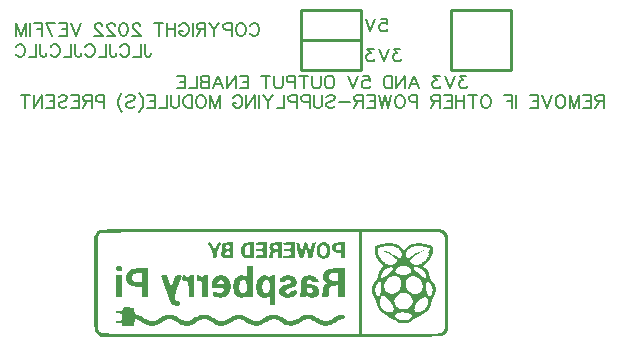
<source format=gbo>
G04 Layer: BottomSilkscreenLayer*
G04 EasyEDA v6.5.32, 2023-07-25 15:13:50*
G04 a282f81a537d4805a8fc574f192bbdcb,5a6b42c53f6a479593ecc07194224c93,10*
G04 Gerber Generator version 0.2*
G04 Scale: 100 percent, Rotated: No, Reflected: No *
G04 Dimensions in millimeters *
G04 leading zeros omitted , absolute positions ,4 integer and 5 decimal *
%FSLAX45Y45*%
%MOMM*%

%ADD10C,0.1524*%
%ADD11C,0.1520*%
%ADD12C,0.2540*%

%LPD*%
G36*
X2175814Y3859733D02*
G01*
X1910283Y3859326D01*
X1796288Y3858768D01*
X1697634Y3857904D01*
X1623669Y3856685D01*
X1592935Y3855974D01*
X1562811Y3854958D01*
X1539849Y3853942D01*
X1517802Y3852672D01*
X1497736Y3851046D01*
X1484630Y3849624D01*
X1476400Y3848404D01*
X1468323Y3846880D01*
X1459331Y3844493D01*
X1453438Y3842156D01*
X1449222Y3839514D01*
X1447800Y3838295D01*
X1445361Y3835349D01*
X1443888Y3832453D01*
X1440027Y3821226D01*
X1438249Y3817416D01*
X1423416Y3792067D01*
X1423416Y3416604D01*
X1452321Y3416604D01*
X1452575Y3607460D01*
X1453235Y3682085D01*
X1453794Y3711498D01*
X1454556Y3736238D01*
X1455572Y3756710D01*
X1456791Y3773424D01*
X1458366Y3786784D01*
X1460195Y3797198D01*
X1461262Y3801516D01*
X1462430Y3805224D01*
X1465021Y3811219D01*
X1468018Y3815638D01*
X1471472Y3818991D01*
X1475384Y3821633D01*
X1480972Y3824732D01*
X1484274Y3825290D01*
X1504543Y3826306D01*
X1543151Y3827221D01*
X1604314Y3828084D01*
X1686560Y3828796D01*
X1898802Y3829862D01*
X2051608Y3830269D01*
X2383383Y3830675D01*
X3664712Y3830726D01*
X3664712Y2968396D01*
X3693718Y2968396D01*
X3693718Y3830726D01*
X4136491Y3830929D01*
X4253992Y3831590D01*
X4319066Y3832606D01*
X4324858Y3832910D01*
X4329836Y3833825D01*
X4334256Y3833926D01*
X4339132Y3833418D01*
X4344314Y3832351D01*
X4349648Y3830726D01*
X4355084Y3828694D01*
X4360468Y3826256D01*
X4365701Y3823462D01*
X4370628Y3820312D01*
X4375150Y3816959D01*
X4379163Y3813352D01*
X4383074Y3808882D01*
X4386021Y3804513D01*
X4387646Y3800754D01*
X4389069Y3795674D01*
X4390237Y3788664D01*
X4391253Y3779113D01*
X4392117Y3766565D01*
X4393336Y3729939D01*
X4394047Y3674160D01*
X4394352Y3594608D01*
X4394403Y3284829D01*
X4394149Y3182772D01*
X4393641Y3115818D01*
X4392828Y3067710D01*
X4392269Y3049727D01*
X4390796Y3023666D01*
X4389831Y3014827D01*
X4388764Y3008172D01*
X4387545Y3003346D01*
X4386173Y2999892D01*
X4384040Y2996539D01*
X4379010Y2990037D01*
X4376877Y2987751D01*
X4374489Y2985617D01*
X4371848Y2983636D01*
X4368850Y2981858D01*
X4365396Y2980182D01*
X4361383Y2978658D01*
X4356811Y2977286D01*
X4351528Y2976016D01*
X4338624Y2973882D01*
X4322013Y2972206D01*
X4301083Y2970885D01*
X4275175Y2969920D01*
X4243628Y2969209D01*
X4161231Y2968548D01*
X4109059Y2968396D01*
X2057857Y2968447D01*
X1842211Y2968853D01*
X1724355Y2969564D01*
X1634794Y2970682D01*
X1569516Y2972409D01*
X1544726Y2973527D01*
X1524457Y2974797D01*
X1504746Y2976676D01*
X1496974Y2977743D01*
X1485900Y2979877D01*
X1478838Y2982061D01*
X1475435Y2983484D01*
X1472285Y2985414D01*
X1470609Y2986735D01*
X1467662Y2990037D01*
X1461414Y3000552D01*
X1459890Y3003854D01*
X1458569Y3008274D01*
X1457401Y3014218D01*
X1456385Y3022193D01*
X1455521Y3032556D01*
X1454759Y3045815D01*
X1453642Y3082747D01*
X1452930Y3136493D01*
X1452524Y3210560D01*
X1452321Y3416604D01*
X1423416Y3416604D01*
X1423619Y3184855D01*
X1424127Y3115005D01*
X1424940Y3065526D01*
X1426260Y3032455D01*
X1427124Y3020822D01*
X1428140Y3011779D01*
X1429359Y3004769D01*
X1430731Y2999435D01*
X1433169Y2993237D01*
X1436674Y2987141D01*
X1439773Y2982569D01*
X1443380Y2977946D01*
X1447292Y2973374D01*
X1451457Y2968955D01*
X1455674Y2964891D01*
X1459890Y2961284D01*
X1463954Y2958236D01*
X1483004Y2945231D01*
X3696157Y2945434D01*
X3976217Y2945841D01*
X4099458Y2946247D01*
X4184802Y2946806D01*
X4253687Y2947517D01*
X4308195Y2948635D01*
X4342028Y2949905D01*
X4353763Y2950667D01*
X4365040Y2951835D01*
X4370882Y2952800D01*
X4375505Y2953969D01*
X4378706Y2955239D01*
X4380788Y2956356D01*
X4385513Y2959455D01*
X4389729Y2962706D01*
X4393996Y2966415D01*
X4398213Y2970428D01*
X4402226Y2974644D01*
X4405934Y2978912D01*
X4409186Y2983128D01*
X4413402Y2989732D01*
X4414774Y2992424D01*
X4416755Y2997911D01*
X4418076Y3003804D01*
X4419244Y3011627D01*
X4420209Y3021939D01*
X4421022Y3035300D01*
X4421682Y3052267D01*
X4422597Y3099257D01*
X4423105Y3167329D01*
X4423359Y3318764D01*
X4423257Y3605682D01*
X4422851Y3682796D01*
X4422089Y3737203D01*
X4420870Y3773220D01*
X4420006Y3785768D01*
X4418990Y3795420D01*
X4417771Y3802684D01*
X4416348Y3808171D01*
X4414774Y3812438D01*
X4412894Y3816045D01*
X4409186Y3821785D01*
X4405934Y3825951D01*
X4402226Y3830218D01*
X4398213Y3834434D01*
X4393996Y3838448D01*
X4389729Y3842156D01*
X4385513Y3845407D01*
X4378960Y3849522D01*
X4376470Y3850589D01*
X4372711Y3851706D01*
X4364482Y3853129D01*
X4353915Y3854196D01*
X4340555Y3855059D01*
X4309872Y3856228D01*
X4265269Y3857142D01*
X4203750Y3857904D01*
X4122470Y3858514D01*
X4018381Y3858920D01*
X3813251Y3859326D01*
X3527399Y3859529D01*
G37*
G36*
X3370173Y3747363D02*
G01*
X3363874Y3747262D01*
X3357524Y3746550D01*
X3351225Y3745229D01*
X3345078Y3743248D01*
X3339134Y3740708D01*
X3333496Y3737508D01*
X3328212Y3733800D01*
X3323336Y3729482D01*
X3319018Y3724910D01*
X3315665Y3720490D01*
X3313074Y3715918D01*
X3311144Y3710787D01*
X3309874Y3704742D01*
X3309061Y3697478D01*
X3308654Y3688537D01*
X3308592Y3681882D01*
X3335324Y3681882D01*
X3335680Y3687521D01*
X3336391Y3693007D01*
X3337509Y3698240D01*
X3338982Y3703218D01*
X3340811Y3707790D01*
X3343046Y3711905D01*
X3345687Y3715512D01*
X3348685Y3718509D01*
X3352088Y3720795D01*
X3359962Y3724859D01*
X3365246Y3725875D01*
X3370834Y3723538D01*
X3379673Y3717544D01*
X3383229Y3714750D01*
X3386124Y3711752D01*
X3388360Y3708349D01*
X3390036Y3704336D01*
X3391255Y3699510D01*
X3392017Y3693617D01*
X3392424Y3686505D01*
X3392525Y3677920D01*
X3392220Y3668826D01*
X3391357Y3660597D01*
X3389934Y3653282D01*
X3387953Y3646932D01*
X3385464Y3641496D01*
X3382467Y3637127D01*
X3378962Y3633724D01*
X3375050Y3631336D01*
X3370681Y3630015D01*
X3365906Y3629812D01*
X3360724Y3630726D01*
X3355187Y3632758D01*
X3351631Y3634841D01*
X3348431Y3637635D01*
X3345535Y3641039D01*
X3343046Y3645001D01*
X3340862Y3649472D01*
X3339033Y3654348D01*
X3337610Y3659479D01*
X3336493Y3664915D01*
X3335731Y3670503D01*
X3335375Y3676192D01*
X3335324Y3681882D01*
X3308592Y3681882D01*
X3308654Y3666998D01*
X3309061Y3658158D01*
X3309874Y3650843D01*
X3311144Y3644747D01*
X3312922Y3639515D01*
X3315360Y3634790D01*
X3318560Y3630320D01*
X3322523Y3625799D01*
X3327298Y3621227D01*
X3332378Y3617264D01*
X3337814Y3613962D01*
X3343452Y3611219D01*
X3349294Y3609136D01*
X3355289Y3607714D01*
X3361385Y3606952D01*
X3367532Y3606850D01*
X3373678Y3607409D01*
X3379774Y3608679D01*
X3385769Y3610610D01*
X3391662Y3613251D01*
X3397250Y3616350D01*
X3402126Y3619550D01*
X3406394Y3622954D01*
X3410000Y3626662D01*
X3412998Y3630777D01*
X3415537Y3635298D01*
X3417519Y3640429D01*
X3419043Y3646170D01*
X3420160Y3652621D01*
X3420922Y3659936D01*
X3421379Y3668115D01*
X3421379Y3686301D01*
X3420973Y3694379D01*
X3420211Y3701542D01*
X3419144Y3707942D01*
X3417722Y3713683D01*
X3415842Y3718763D01*
X3413506Y3723335D01*
X3410712Y3727450D01*
X3407359Y3731209D01*
X3403447Y3734612D01*
X3398977Y3737864D01*
X3393846Y3740962D01*
X3388309Y3743553D01*
X3382518Y3745484D01*
X3376422Y3746754D01*
G37*
G36*
X3298037Y3744468D02*
G01*
X3283102Y3742740D01*
X3278530Y3741978D01*
X3274822Y3740607D01*
X3271774Y3738219D01*
X3269234Y3734460D01*
X3266998Y3728923D01*
X3264814Y3721201D01*
X3262477Y3710889D01*
X3251504Y3654196D01*
X3236315Y3712108D01*
X3233267Y3722420D01*
X3230524Y3730294D01*
X3227933Y3736035D01*
X3225292Y3739946D01*
X3222447Y3742334D01*
X3219196Y3743553D01*
X3215386Y3743909D01*
X3211626Y3743604D01*
X3208426Y3742436D01*
X3205632Y3740200D01*
X3203143Y3736594D01*
X3200704Y3731310D01*
X3198266Y3724097D01*
X3195574Y3714648D01*
X3190646Y3695039D01*
X3187141Y3682898D01*
X3185566Y3678275D01*
X3184042Y3674668D01*
X3182620Y3672078D01*
X3181248Y3670452D01*
X3179927Y3669842D01*
X3178657Y3670198D01*
X3177438Y3671570D01*
X3176219Y3673906D01*
X3175000Y3677259D01*
X3172561Y3686911D01*
X3167634Y3713632D01*
X3165500Y3723843D01*
X3163366Y3731463D01*
X3161030Y3736898D01*
X3158236Y3740505D01*
X3154832Y3742639D01*
X3150616Y3743655D01*
X3145383Y3743909D01*
X3139338Y3743401D01*
X3135223Y3741978D01*
X3133191Y3739743D01*
X3133344Y3736644D01*
X3137763Y3719829D01*
X3143961Y3693718D01*
X3152343Y3656990D01*
X3157169Y3636822D01*
X3159201Y3629456D01*
X3161131Y3623564D01*
X3162960Y3619093D01*
X3164890Y3615791D01*
X3166872Y3613505D01*
X3169158Y3612032D01*
X3171647Y3611219D01*
X3174593Y3610864D01*
X3177997Y3610762D01*
X3182823Y3611016D01*
X3186684Y3611930D01*
X3189884Y3613912D01*
X3192678Y3617468D01*
X3195269Y3623005D01*
X3197910Y3630828D01*
X3204413Y3655314D01*
X3215487Y3699814D01*
X3229965Y3641394D01*
X3232912Y3630726D01*
X3235553Y3622852D01*
X3238144Y3617366D01*
X3240938Y3613861D01*
X3244189Y3611879D01*
X3248152Y3610965D01*
X3253079Y3610762D01*
X3256635Y3610864D01*
X3259632Y3611219D01*
X3262223Y3612083D01*
X3264560Y3613658D01*
X3266643Y3616147D01*
X3268573Y3619754D01*
X3270554Y3624783D01*
X3272586Y3631336D01*
X3277260Y3650081D01*
G37*
G36*
X3503879Y3743909D02*
G01*
X3494836Y3743807D01*
X3486658Y3743451D01*
X3479190Y3742842D01*
X3472535Y3741978D01*
X3466541Y3740810D01*
X3461207Y3739337D01*
X3456584Y3737559D01*
X3452520Y3735374D01*
X3449065Y3732885D01*
X3446170Y3729990D01*
X3443833Y3726687D01*
X3441954Y3722979D01*
X3440582Y3718814D01*
X3439617Y3714191D01*
X3439058Y3709060D01*
X3438855Y3703472D01*
X3439154Y3698392D01*
X3468471Y3698392D01*
X3468776Y3704031D01*
X3470605Y3711041D01*
X3474516Y3715562D01*
X3481425Y3718204D01*
X3492449Y3719626D01*
X3499510Y3720185D01*
X3504844Y3720287D01*
X3508705Y3719829D01*
X3511296Y3718509D01*
X3512921Y3716172D01*
X3513785Y3712565D01*
X3514090Y3707536D01*
X3514140Y3700830D01*
X3513683Y3689756D01*
X3511600Y3683558D01*
X3506774Y3680866D01*
X3498240Y3680307D01*
X3490417Y3680714D01*
X3483864Y3681831D01*
X3478479Y3683660D01*
X3474262Y3686200D01*
X3471164Y3689502D01*
X3469284Y3693566D01*
X3468471Y3698392D01*
X3439154Y3698392D01*
X3439261Y3696563D01*
X3440531Y3690112D01*
X3442563Y3684168D01*
X3445306Y3678732D01*
X3448862Y3673856D01*
X3453079Y3669537D01*
X3458006Y3665829D01*
X3463544Y3662730D01*
X3469741Y3660292D01*
X3476498Y3658514D01*
X3483864Y3657447D01*
X3491788Y3657092D01*
X3499104Y3657041D01*
X3504641Y3656685D01*
X3508654Y3655822D01*
X3511296Y3654145D01*
X3512921Y3651351D01*
X3513785Y3647236D01*
X3514090Y3641547D01*
X3514140Y3633927D01*
X3514598Y3621532D01*
X3516528Y3614521D01*
X3520897Y3611473D01*
X3528618Y3610762D01*
X3543096Y3610762D01*
X3543096Y3743909D01*
G37*
G36*
X3070656Y3743909D02*
G01*
X3044342Y3743553D01*
X3035706Y3743045D01*
X3029610Y3742232D01*
X3025648Y3740912D01*
X3023463Y3739134D01*
X3022701Y3736797D01*
X3022955Y3733749D01*
X3023819Y3731006D01*
X3025394Y3728720D01*
X3027832Y3726840D01*
X3031286Y3725367D01*
X3035858Y3724148D01*
X3041802Y3723233D01*
X3049168Y3722471D01*
X3068421Y3721303D01*
X3076397Y3720592D01*
X3082239Y3719626D01*
X3086354Y3718306D01*
X3088995Y3716375D01*
X3090519Y3713835D01*
X3091230Y3710381D01*
X3091383Y3706012D01*
X3091230Y3701592D01*
X3090621Y3698240D01*
X3089300Y3695700D01*
X3086963Y3693972D01*
X3083356Y3692804D01*
X3078276Y3692194D01*
X3071368Y3691890D01*
X3053943Y3691737D01*
X3047288Y3691432D01*
X3042208Y3690772D01*
X3038500Y3689756D01*
X3036011Y3688283D01*
X3034436Y3686251D01*
X3033674Y3683609D01*
X3033471Y3680256D01*
X3033674Y3676853D01*
X3034436Y3674211D01*
X3036011Y3672179D01*
X3038500Y3670706D01*
X3042208Y3669690D01*
X3047288Y3669029D01*
X3053943Y3668725D01*
X3071774Y3668623D01*
X3078835Y3668318D01*
X3083966Y3667658D01*
X3087471Y3666337D01*
X3089656Y3664305D01*
X3090824Y3661257D01*
X3091281Y3657092D01*
X3091281Y3646068D01*
X3090773Y3641851D01*
X3089452Y3638753D01*
X3086963Y3636568D01*
X3082950Y3635044D01*
X3077057Y3634079D01*
X3068878Y3633368D01*
X3049168Y3632200D01*
X3041802Y3631488D01*
X3035858Y3630523D01*
X3031286Y3629304D01*
X3027832Y3627831D01*
X3025394Y3625951D01*
X3023819Y3623665D01*
X3022955Y3620922D01*
X3022701Y3617874D01*
X3023463Y3615537D01*
X3025648Y3613759D01*
X3029610Y3612489D01*
X3035706Y3611626D01*
X3044342Y3611118D01*
X3070656Y3610762D01*
X3120339Y3610762D01*
X3120339Y3743909D01*
G37*
G36*
X2972257Y3743909D02*
G01*
X2956661Y3743451D01*
X2942234Y3742232D01*
X2930652Y3740404D01*
X2926435Y3739286D01*
X2923489Y3738168D01*
X2919882Y3735679D01*
X2916682Y3732377D01*
X2913938Y3728465D01*
X2911652Y3723995D01*
X2909925Y3719169D01*
X2908706Y3714140D01*
X2908046Y3708958D01*
X2908020Y3706368D01*
X2937256Y3706368D01*
X2938424Y3711346D01*
X2941218Y3715410D01*
X2946146Y3718356D01*
X2952953Y3720134D01*
X2961690Y3720744D01*
X2972308Y3720287D01*
X2978251Y3718001D01*
X2980791Y3712819D01*
X2981350Y3703370D01*
X2980791Y3694226D01*
X2978505Y3688994D01*
X2973425Y3686606D01*
X2964688Y3685997D01*
X2957779Y3686556D01*
X2951683Y3688079D01*
X2946501Y3690467D01*
X2942336Y3693566D01*
X2939338Y3697376D01*
X2937611Y3701643D01*
X2937256Y3706368D01*
X2908020Y3706368D01*
X2907995Y3703878D01*
X2908554Y3698951D01*
X2909722Y3694379D01*
X2911551Y3690264D01*
X2918104Y3681628D01*
X2919780Y3677361D01*
X2919323Y3673652D01*
X2916682Y3670046D01*
X2913786Y3665372D01*
X2910840Y3657650D01*
X2908147Y3647846D01*
X2906064Y3637127D01*
X2904794Y3628491D01*
X2904083Y3622040D01*
X2903982Y3617366D01*
X2904744Y3614216D01*
X2906420Y3612235D01*
X2909163Y3611219D01*
X2913176Y3610864D01*
X2918561Y3610762D01*
X2927350Y3611372D01*
X2932277Y3613912D01*
X2934512Y3619652D01*
X2935427Y3637991D01*
X2936697Y3644900D01*
X2938881Y3650589D01*
X2942082Y3655110D01*
X2946196Y3658615D01*
X2951429Y3661003D01*
X2957677Y3662426D01*
X2965094Y3662883D01*
X2970225Y3662781D01*
X2974136Y3662273D01*
X2976981Y3661156D01*
X2978962Y3659073D01*
X2980232Y3655923D01*
X2980944Y3651300D01*
X2981248Y3645052D01*
X2981401Y3628847D01*
X2981706Y3622649D01*
X2982417Y3618077D01*
X2983585Y3614826D01*
X2985363Y3612692D01*
X2987954Y3611473D01*
X2991358Y3610914D01*
X3010306Y3610762D01*
X3010306Y3743909D01*
G37*
G36*
X2836519Y3743909D02*
G01*
X2811373Y3743553D01*
X2803194Y3743045D01*
X2797454Y3742080D01*
X2793644Y3740658D01*
X2791460Y3738626D01*
X2790444Y3735882D01*
X2790190Y3732326D01*
X2790444Y3728923D01*
X2791256Y3726230D01*
X2792882Y3724198D01*
X2795625Y3722725D01*
X2799689Y3721709D01*
X2805277Y3721100D01*
X2832100Y3720693D01*
X2839720Y3720388D01*
X2845358Y3719779D01*
X2849270Y3718661D01*
X2851759Y3716883D01*
X2853182Y3714292D01*
X2853791Y3710838D01*
X2853791Y3701796D01*
X2853182Y3698341D01*
X2851861Y3695750D01*
X2849575Y3693972D01*
X2846019Y3692804D01*
X2840888Y3692144D01*
X2816504Y3691737D01*
X2809849Y3691432D01*
X2804769Y3690772D01*
X2801061Y3689756D01*
X2798521Y3688283D01*
X2796997Y3686251D01*
X2796235Y3683609D01*
X2795981Y3680256D01*
X2796235Y3676853D01*
X2796997Y3674211D01*
X2798521Y3672179D01*
X2801061Y3670706D01*
X2804769Y3669690D01*
X2809849Y3669029D01*
X2816504Y3668725D01*
X2834335Y3668623D01*
X2841447Y3668318D01*
X2846578Y3667658D01*
X2850032Y3666337D01*
X2852216Y3664254D01*
X2853385Y3661156D01*
X2853842Y3656939D01*
X2853842Y3645611D01*
X2853385Y3641344D01*
X2852166Y3638245D01*
X2849829Y3636162D01*
X2846019Y3634892D01*
X2840329Y3634232D01*
X2812643Y3633876D01*
X2805277Y3633571D01*
X2799689Y3632962D01*
X2795625Y3631946D01*
X2792882Y3630472D01*
X2791256Y3628440D01*
X2790444Y3625799D01*
X2790190Y3622344D01*
X2790444Y3618788D01*
X2791460Y3616096D01*
X2793644Y3614013D01*
X2797454Y3612591D01*
X2803194Y3611626D01*
X2811373Y3611118D01*
X2836519Y3610762D01*
X2882849Y3610762D01*
X2882849Y3743909D01*
G37*
G36*
X2737612Y3743909D02*
G01*
X2727045Y3743756D01*
X2718460Y3743350D01*
X2711399Y3742486D01*
X2705506Y3741064D01*
X2700375Y3738930D01*
X2695600Y3735933D01*
X2690774Y3732022D01*
X2685491Y3726992D01*
X2680563Y3721811D01*
X2676652Y3717036D01*
X2673705Y3712311D01*
X2671521Y3707333D01*
X2670048Y3701643D01*
X2669133Y3695039D01*
X2668727Y3687013D01*
X2668574Y3677361D01*
X2697530Y3677361D01*
X2698038Y3686403D01*
X2699308Y3695496D01*
X2701188Y3703523D01*
X2703525Y3709568D01*
X2707233Y3714343D01*
X2712415Y3717848D01*
X2718968Y3720033D01*
X2726690Y3720744D01*
X2743860Y3720744D01*
X2743860Y3633927D01*
X2726690Y3633927D01*
X2721864Y3634232D01*
X2717495Y3635044D01*
X2713532Y3636467D01*
X2710078Y3638448D01*
X2707081Y3641039D01*
X2704490Y3644290D01*
X2702306Y3648100D01*
X2700578Y3652621D01*
X2699258Y3657752D01*
X2698292Y3663594D01*
X2697734Y3670096D01*
X2697530Y3677361D01*
X2668574Y3677361D01*
X2668727Y3667658D01*
X2669133Y3659632D01*
X2670048Y3653028D01*
X2671521Y3647389D01*
X2673705Y3642360D01*
X2676652Y3637635D01*
X2680563Y3632911D01*
X2685491Y3627678D01*
X2690774Y3622649D01*
X2695600Y3618737D01*
X2700375Y3615740D01*
X2705506Y3613607D01*
X2711399Y3612184D01*
X2718460Y3611321D01*
X2727045Y3610914D01*
X2772816Y3610762D01*
X2772816Y3743909D01*
G37*
G36*
X2564790Y3743909D02*
G01*
X2550718Y3743604D01*
X2537764Y3742791D01*
X2527350Y3741623D01*
X2523540Y3740962D01*
X2520950Y3740200D01*
X2516073Y3737457D01*
X2511907Y3733292D01*
X2508504Y3728008D01*
X2506014Y3721912D01*
X2504490Y3715207D01*
X2503982Y3708247D01*
X2504169Y3706266D01*
X2535377Y3706266D01*
X2536037Y3713683D01*
X2538577Y3718102D01*
X2543860Y3720185D01*
X2552750Y3720744D01*
X2561640Y3720185D01*
X2566924Y3718102D01*
X2569464Y3713683D01*
X2570124Y3706266D01*
X2569464Y3698849D01*
X2566924Y3694480D01*
X2561640Y3692347D01*
X2552750Y3691788D01*
X2543860Y3692347D01*
X2538577Y3694480D01*
X2536037Y3698849D01*
X2535377Y3706266D01*
X2504169Y3706266D01*
X2504643Y3701237D01*
X2508707Y3686810D01*
X2508961Y3680002D01*
X2507183Y3673348D01*
X2500426Y3661003D01*
X2498598Y3655618D01*
X2497836Y3650183D01*
X2498242Y3644696D01*
X2499194Y3641140D01*
X2530195Y3641140D01*
X2530652Y3649827D01*
X2532329Y3658006D01*
X2535682Y3663137D01*
X2541676Y3666032D01*
X2551277Y3667556D01*
X2561640Y3668115D01*
X2567279Y3666439D01*
X2569667Y3661359D01*
X2570124Y3651656D01*
X2569616Y3641953D01*
X2566974Y3636619D01*
X2560777Y3634384D01*
X2549448Y3633927D01*
X2538222Y3634333D01*
X2532278Y3636365D01*
X2530195Y3641140D01*
X2499194Y3641140D01*
X2499766Y3639007D01*
X2502408Y3633165D01*
X2506167Y3627170D01*
X2511094Y3620922D01*
X2513838Y3618229D01*
X2517190Y3616045D01*
X2521254Y3614267D01*
X2526334Y3612896D01*
X2532481Y3611930D01*
X2539949Y3611270D01*
X2559456Y3610762D01*
X2599080Y3610762D01*
X2599080Y3743909D01*
G37*
G36*
X2399334Y3743909D02*
G01*
X2393696Y3743604D01*
X2389073Y3742842D01*
X2385923Y3741674D01*
X2384806Y3740251D01*
X2385263Y3738676D01*
X2388768Y3731056D01*
X2395016Y3718712D01*
X2411577Y3687978D01*
X2417927Y3675278D01*
X2423058Y3663594D01*
X2426970Y3652977D01*
X2429611Y3643528D01*
X2430475Y3639261D01*
X2430983Y3635349D01*
X2431592Y3620668D01*
X2433574Y3614318D01*
X2437942Y3611473D01*
X2445613Y3610762D01*
X2450084Y3610914D01*
X2453487Y3611473D01*
X2456027Y3612743D01*
X2457856Y3614877D01*
X2459024Y3618179D01*
X2459685Y3622852D01*
X2459990Y3629151D01*
X2460193Y3642156D01*
X2460548Y3646932D01*
X2462022Y3656380D01*
X2464612Y3666032D01*
X2468473Y3676294D01*
X2470861Y3681780D01*
X2476804Y3693617D01*
X2491689Y3720947D01*
X2497175Y3731768D01*
X2500223Y3738626D01*
X2500630Y3740099D01*
X2499461Y3741572D01*
X2496362Y3742791D01*
X2491740Y3743604D01*
X2486050Y3743909D01*
X2481986Y3743604D01*
X2478379Y3742740D01*
X2475026Y3741064D01*
X2471928Y3738575D01*
X2468829Y3735120D01*
X2465730Y3730599D01*
X2462428Y3724910D01*
X2453640Y3707739D01*
X2448864Y3699459D01*
X2445054Y3693871D01*
X2442718Y3691788D01*
X2440381Y3693871D01*
X2436520Y3699459D01*
X2431745Y3707739D01*
X2423007Y3724910D01*
X2419705Y3730599D01*
X2416606Y3735120D01*
X2413508Y3738575D01*
X2410358Y3741064D01*
X2407056Y3742740D01*
X2403398Y3743604D01*
G37*
G36*
X4165346Y3741216D02*
G01*
X4162806Y3741013D01*
X4126128Y3734257D01*
X4114800Y3731310D01*
X4104182Y3727399D01*
X4099153Y3725113D01*
X4094276Y3722573D01*
X4089603Y3719829D01*
X4085082Y3716832D01*
X4080764Y3713632D01*
X4076649Y3710228D01*
X4072737Y3706622D01*
X4068978Y3702761D01*
X4065473Y3698697D01*
X4059021Y3689959D01*
X4045000Y3668623D01*
X4029303Y3694684D01*
X4026611Y3698443D01*
X4020616Y3705453D01*
X4017365Y3708704D01*
X4010202Y3714699D01*
X4002328Y3720033D01*
X3998112Y3722471D01*
X3989120Y3726789D01*
X3984396Y3728720D01*
X3974439Y3732022D01*
X3963771Y3734663D01*
X3952544Y3736594D01*
X3940708Y3737813D01*
X3928262Y3738321D01*
X3915308Y3738118D01*
X3901795Y3737203D01*
X3887825Y3735527D01*
X3873347Y3733190D01*
X3855262Y3729380D01*
X3835400Y3724452D01*
X3826662Y3722065D01*
X3812946Y3717594D01*
X3808374Y3715765D01*
X3805732Y3714191D01*
X3803904Y3712057D01*
X3802430Y3709009D01*
X3801262Y3705098D01*
X3800449Y3700475D01*
X3799992Y3695242D01*
X3799789Y3689451D01*
X3799915Y3684270D01*
X3824224Y3684270D01*
X3824579Y3690670D01*
X3826611Y3694785D01*
X3830675Y3696970D01*
X3842765Y3698036D01*
X3846220Y3699306D01*
X3847490Y3701389D01*
X3845712Y3707129D01*
X3847693Y3708603D01*
X3852621Y3708603D01*
X3868318Y3706215D01*
X3874058Y3706317D01*
X3877716Y3707485D01*
X3879037Y3709720D01*
X3879900Y3711803D01*
X3882390Y3712921D01*
X3886047Y3713022D01*
X3895293Y3711041D01*
X3898950Y3711194D01*
X3901338Y3712464D01*
X3902201Y3714750D01*
X3902811Y3717340D01*
X3904792Y3718255D01*
X3908247Y3717544D01*
X3918559Y3712870D01*
X3922420Y3712210D01*
X3925062Y3713327D01*
X3926738Y3716172D01*
X3928059Y3719068D01*
X3929532Y3719931D01*
X3931310Y3718864D01*
X3933545Y3715715D01*
X3936034Y3713124D01*
X3939387Y3711549D01*
X3943146Y3711041D01*
X3951020Y3712565D01*
X3955542Y3712210D01*
X3959961Y3710838D01*
X3963720Y3708552D01*
X3966819Y3706368D01*
X3969359Y3705199D01*
X3971086Y3705250D01*
X3971696Y3706469D01*
X3972610Y3707384D01*
X3975100Y3706571D01*
X3978757Y3704183D01*
X3987749Y3696766D01*
X3991457Y3694429D01*
X3993946Y3693617D01*
X3994861Y3694531D01*
X3995724Y3696715D01*
X3998061Y3696360D01*
X4001465Y3693871D01*
X4005630Y3689604D01*
X4010151Y3684015D01*
X4014673Y3677564D01*
X4018838Y3670604D01*
X4022191Y3663543D01*
X4024376Y3658057D01*
X4025950Y3653180D01*
X4026915Y3648760D01*
X4027373Y3644595D01*
X4027331Y3643477D01*
X4060494Y3643477D01*
X4061358Y3650945D01*
X4063542Y3657752D01*
X4066743Y3665118D01*
X4070654Y3672484D01*
X4074972Y3679393D01*
X4079290Y3685286D01*
X4083304Y3689654D01*
X4086656Y3691991D01*
X4091178Y3691534D01*
X4094784Y3693007D01*
X4099306Y3695903D01*
X4109008Y3703878D01*
X4112920Y3706418D01*
X4115511Y3707333D01*
X4116476Y3706469D01*
X4117136Y3705250D01*
X4118965Y3705351D01*
X4121658Y3706622D01*
X4128668Y3711346D01*
X4132732Y3712768D01*
X4136542Y3713022D01*
X4142740Y3711092D01*
X4146550Y3711346D01*
X4150614Y3712768D01*
X4154373Y3715156D01*
X4158335Y3718102D01*
X4160926Y3719118D01*
X4162348Y3718204D01*
X4163415Y3712667D01*
X4165447Y3711651D01*
X4169003Y3712413D01*
X4179722Y3717442D01*
X4183329Y3718255D01*
X4185361Y3717340D01*
X4185970Y3714750D01*
X4186834Y3712464D01*
X4189222Y3711194D01*
X4192879Y3711041D01*
X4202125Y3713022D01*
X4205782Y3712921D01*
X4208272Y3711803D01*
X4209135Y3709720D01*
X4210456Y3707485D01*
X4214114Y3706317D01*
X4219854Y3706215D01*
X4235551Y3708603D01*
X4240479Y3708603D01*
X4242460Y3707129D01*
X4240733Y3701389D01*
X4242257Y3699306D01*
X4246168Y3698036D01*
X4260189Y3697224D01*
X4263847Y3695649D01*
X4264050Y3692144D01*
X4258716Y3680612D01*
X4258005Y3677005D01*
X4259072Y3675075D01*
X4261967Y3674465D01*
X4264050Y3673601D01*
X4264101Y3671265D01*
X4262170Y3667607D01*
X4254093Y3657650D01*
X4252214Y3654044D01*
X4252671Y3651961D01*
X4258310Y3650640D01*
X4258767Y3648557D01*
X4256887Y3644950D01*
X4247946Y3634181D01*
X4246067Y3630574D01*
X4246829Y3628593D01*
X4253534Y3627475D01*
X4254347Y3626104D01*
X4252569Y3623716D01*
X4244289Y3616756D01*
X4241088Y3613404D01*
X4238904Y3610356D01*
X4236974Y3604564D01*
X4233976Y3599942D01*
X4229557Y3594709D01*
X4224274Y3589375D01*
X4218584Y3584346D01*
X4213098Y3580129D01*
X4208170Y3577234D01*
X4204462Y3576167D01*
X4201820Y3575659D01*
X4200144Y3574389D01*
X4199686Y3572510D01*
X4200448Y3570274D01*
X4200753Y3567988D01*
X4198772Y3566160D01*
X4194810Y3564940D01*
X4183481Y3564026D01*
X4178757Y3562807D01*
X4175556Y3560927D01*
X4174388Y3558692D01*
X4173677Y3556000D01*
X4171645Y3554069D01*
X4168394Y3552850D01*
X4164228Y3552342D01*
X4159199Y3552444D01*
X4153509Y3553155D01*
X4147413Y3554425D01*
X4140962Y3556101D01*
X4134459Y3558235D01*
X4127957Y3560775D01*
X4121658Y3563620D01*
X4115765Y3566718D01*
X4110431Y3570071D01*
X4105859Y3573576D01*
X4102201Y3577234D01*
X4099610Y3580942D01*
X4097985Y3584448D01*
X4097223Y3587699D01*
X4097477Y3590899D01*
X4098848Y3594252D01*
X4101439Y3597960D01*
X4105401Y3602329D01*
X4117949Y3613708D01*
X4125772Y3620008D01*
X4135323Y3627120D01*
X4145940Y3634587D01*
X4157116Y3642004D01*
X4168241Y3649014D01*
X4192778Y3663187D01*
X4204309Y3670096D01*
X4214215Y3676700D01*
X4214926Y3677564D01*
X4214469Y3678072D01*
X4213098Y3678072D01*
X4207967Y3676751D01*
X4200093Y3673805D01*
X4190034Y3669537D01*
X4178300Y3664254D01*
X4152239Y3651504D01*
X4126331Y3637838D01*
X4114800Y3631285D01*
X4104995Y3625342D01*
X4097426Y3620211D01*
X4080713Y3607866D01*
X4069283Y3621989D01*
X4064406Y3629151D01*
X4061510Y3636264D01*
X4060494Y3643477D01*
X4027331Y3643477D01*
X4027220Y3640531D01*
X4026560Y3636467D01*
X4025290Y3632098D01*
X4023512Y3627374D01*
X4020362Y3620922D01*
X4016959Y3615639D01*
X4013708Y3612083D01*
X4010964Y3610762D01*
X4009136Y3611168D01*
X4002176Y3614216D01*
X3991813Y3619652D01*
X3979265Y3626815D01*
X3967581Y3633825D01*
X3956354Y3640175D01*
X3943858Y3646932D01*
X3917543Y3660190D01*
X3893718Y3671214D01*
X3884371Y3675176D01*
X3877462Y3677665D01*
X3875176Y3678275D01*
X3873754Y3678428D01*
X3873246Y3678021D01*
X3874008Y3677158D01*
X3879748Y3673094D01*
X3890010Y3666540D01*
X3927754Y3643629D01*
X3939133Y3636162D01*
X3950106Y3628644D01*
X3960114Y3621430D01*
X3968496Y3614978D01*
X3979113Y3605885D01*
X3984498Y3600958D01*
X3988155Y3596944D01*
X3990238Y3593490D01*
X3990848Y3590340D01*
X3990238Y3587089D01*
X3988460Y3583432D01*
X3985666Y3579012D01*
X3982720Y3575304D01*
X3978808Y3571697D01*
X3974134Y3568242D01*
X3968851Y3565042D01*
X3963162Y3562045D01*
X3957116Y3559403D01*
X3950970Y3557066D01*
X3944772Y3555136D01*
X3938778Y3553612D01*
X3933037Y3552596D01*
X3927805Y3552088D01*
X3923131Y3552088D01*
X3919270Y3552748D01*
X3916324Y3554018D01*
X3914444Y3556000D01*
X3913784Y3558692D01*
X3912615Y3560927D01*
X3909415Y3562807D01*
X3904691Y3564026D01*
X3893362Y3564940D01*
X3889400Y3566160D01*
X3887419Y3567988D01*
X3887724Y3570274D01*
X3888486Y3572510D01*
X3888028Y3574389D01*
X3886352Y3575659D01*
X3883710Y3576167D01*
X3879748Y3577285D01*
X3874770Y3580231D01*
X3869232Y3584498D01*
X3863594Y3589680D01*
X3858412Y3595217D01*
X3854094Y3600704D01*
X3851148Y3605631D01*
X3849370Y3612032D01*
X3847541Y3614572D01*
X3844798Y3616909D01*
X3841496Y3618636D01*
X3838346Y3620617D01*
X3836314Y3623513D01*
X3835603Y3627018D01*
X3837127Y3634333D01*
X3836720Y3637127D01*
X3835196Y3639058D01*
X3830167Y3640429D01*
X3828643Y3642360D01*
X3828338Y3645255D01*
X3830269Y3653028D01*
X3830523Y3657295D01*
X3830015Y3661308D01*
X3827170Y3668115D01*
X3825798Y3672992D01*
X3824732Y3678580D01*
X3824224Y3684270D01*
X3799915Y3684270D01*
X3800398Y3676599D01*
X3802176Y3662629D01*
X3805072Y3648252D01*
X3806901Y3641191D01*
X3808984Y3634282D01*
X3811320Y3627628D01*
X3813911Y3621328D01*
X3817823Y3613759D01*
X3823258Y3605072D01*
X3829761Y3595827D01*
X3836974Y3586479D01*
X3844594Y3577590D01*
X3852214Y3569614D01*
X3879342Y3542893D01*
X3864508Y3533140D01*
X3861358Y3530803D01*
X3858158Y3527907D01*
X3854958Y3524453D01*
X3851808Y3520541D01*
X3848709Y3516223D01*
X3842715Y3506470D01*
X3837178Y3495497D01*
X3832301Y3483660D01*
X3828237Y3471367D01*
X3826510Y3465169D01*
X3825087Y3458921D01*
X3823970Y3452774D01*
X3821937Y3443986D01*
X3818991Y3436264D01*
X3818533Y3435502D01*
X3848455Y3435502D01*
X3852468Y3458057D01*
X3853789Y3464255D01*
X3855415Y3470300D01*
X3857447Y3476142D01*
X3859784Y3481730D01*
X3862476Y3487165D01*
X3865575Y3492347D01*
X3868928Y3497326D01*
X3872687Y3502101D01*
X3876751Y3506571D01*
X3881170Y3510889D01*
X3885895Y3514953D01*
X3890975Y3518763D01*
X3895699Y3521710D01*
X3900982Y3524402D01*
X3906672Y3526739D01*
X3912666Y3528771D01*
X3918813Y3530447D01*
X3924909Y3531717D01*
X3930954Y3532530D01*
X3936695Y3532987D01*
X3942029Y3532936D01*
X3946855Y3532428D01*
X3950970Y3531412D01*
X3954322Y3529837D01*
X3956405Y3528009D01*
X3957320Y3525824D01*
X3956862Y3523030D01*
X3954983Y3519474D01*
X3951528Y3514953D01*
X3946398Y3509264D01*
X3940340Y3503117D01*
X3974134Y3503117D01*
X3974490Y3506266D01*
X3975354Y3509467D01*
X3976725Y3512718D01*
X3978656Y3516020D01*
X3981145Y3519322D01*
X3984142Y3522675D01*
X3987698Y3525977D01*
X3991813Y3529329D01*
X3996486Y3532581D01*
X4001770Y3535832D01*
X4007612Y3539032D01*
X4012793Y3541471D01*
X4018076Y3543452D01*
X4023461Y3545027D01*
X4028897Y3546144D01*
X4034332Y3546906D01*
X4039768Y3547262D01*
X4045204Y3547262D01*
X4050537Y3546957D01*
X4055770Y3546297D01*
X4060951Y3545332D01*
X4065930Y3544062D01*
X4070807Y3542537D01*
X4079900Y3538778D01*
X4084065Y3536543D01*
X4088028Y3534105D01*
X4091635Y3531514D01*
X4094988Y3528669D01*
X4128058Y3528669D01*
X4129481Y3531412D01*
X4133342Y3533343D01*
X4139133Y3534562D01*
X4146448Y3535019D01*
X4154678Y3534714D01*
X4163415Y3533597D01*
X4172051Y3531717D01*
X4180179Y3529076D01*
X4186021Y3526434D01*
X4191762Y3523132D01*
X4197350Y3519322D01*
X4202785Y3515055D01*
X4207967Y3510279D01*
X4212793Y3505200D01*
X4217314Y3499764D01*
X4221429Y3494125D01*
X4225086Y3488232D01*
X4228236Y3482289D01*
X4230827Y3476193D01*
X4232808Y3470148D01*
X4234891Y3461105D01*
X4236059Y3453180D01*
X4236262Y3447186D01*
X4235348Y3444087D01*
X4233722Y3443325D01*
X4231284Y3443427D01*
X4228084Y3444341D01*
X4224172Y3445916D01*
X4219651Y3448151D01*
X4209186Y3454349D01*
X4197299Y3462324D01*
X4184650Y3471621D01*
X4171848Y3481730D01*
X4159554Y3492093D01*
X4148429Y3502253D01*
X4143501Y3507079D01*
X4135374Y3515969D01*
X4132275Y3519830D01*
X4129989Y3523335D01*
X4128566Y3526282D01*
X4128058Y3528669D01*
X4094988Y3528669D01*
X4097934Y3525774D01*
X4100474Y3522726D01*
X4102709Y3519525D01*
X4104436Y3516274D01*
X4105757Y3512921D01*
X4106570Y3509518D01*
X4106875Y3506063D01*
X4106672Y3502609D01*
X4105910Y3499104D01*
X4104538Y3495649D01*
X4102608Y3492195D01*
X4099966Y3488791D01*
X4096715Y3485438D01*
X4092752Y3482187D01*
X4088434Y3479292D01*
X4083812Y3476904D01*
X4078732Y3474974D01*
X4073042Y3473450D01*
X4066641Y3472332D01*
X4059326Y3471621D01*
X4050995Y3471214D01*
X4041495Y3471113D01*
X4033977Y3471316D01*
X4026915Y3471773D01*
X4020210Y3472484D01*
X4013962Y3473450D01*
X4008120Y3474669D01*
X4002735Y3476091D01*
X3997807Y3477717D01*
X3993286Y3479546D01*
X3989273Y3481578D01*
X3985666Y3483813D01*
X3982567Y3486200D01*
X3979926Y3488690D01*
X3977792Y3491331D01*
X3976115Y3494125D01*
X3974947Y3497021D01*
X3974287Y3500018D01*
X3974134Y3503117D01*
X3940340Y3503117D01*
X3930599Y3493770D01*
X3921099Y3485184D01*
X3910888Y3476498D01*
X3900424Y3468115D01*
X3890314Y3460546D01*
X3881069Y3454146D01*
X3873347Y3449370D01*
X3848455Y3435502D01*
X3818533Y3435502D01*
X3815537Y3430524D01*
X3811930Y3427476D01*
X3807510Y3424326D01*
X3801719Y3418027D01*
X3795318Y3409543D01*
X3789121Y3399790D01*
X3786327Y3394710D01*
X3783837Y3389477D01*
X3781653Y3384092D01*
X3779723Y3378606D01*
X3778097Y3373018D01*
X3776726Y3367328D01*
X3775710Y3361588D01*
X3774440Y3350056D01*
X3774272Y3342284D01*
X3802989Y3342284D01*
X3802989Y3348888D01*
X3803396Y3355543D01*
X3804259Y3362147D01*
X3805580Y3368548D01*
X3807307Y3374796D01*
X3809542Y3380740D01*
X3812133Y3386328D01*
X3815232Y3391509D01*
X3818737Y3396183D01*
X3824020Y3402076D01*
X3828948Y3406800D01*
X3833571Y3410305D01*
X3837889Y3412642D01*
X3841851Y3413760D01*
X3845509Y3413760D01*
X3848912Y3412540D01*
X3852011Y3410153D01*
X3853027Y3408476D01*
X3853942Y3405886D01*
X3855161Y3398113D01*
X3855720Y3387699D01*
X3855683Y3376320D01*
X3879037Y3376320D01*
X3879291Y3380790D01*
X3880002Y3385515D01*
X3881170Y3390493D01*
X3882694Y3395624D01*
X3886911Y3406089D01*
X3889501Y3411321D01*
X3895496Y3421583D01*
X3898798Y3426510D01*
X3905910Y3435502D01*
X3909669Y3439515D01*
X3913479Y3443122D01*
X3917340Y3446322D01*
X3921251Y3448964D01*
X3925824Y3451402D01*
X3930853Y3453637D01*
X3936339Y3455568D01*
X3942130Y3457194D01*
X3948125Y3458514D01*
X3954322Y3459479D01*
X3960571Y3460089D01*
X3966819Y3460292D01*
X3974744Y3460140D01*
X3981297Y3459632D01*
X3986885Y3458667D01*
X3991660Y3457092D01*
X3995978Y3454806D01*
X4000093Y3451707D01*
X4004310Y3447643D01*
X4008831Y3442512D01*
X4011980Y3438448D01*
X4014774Y3434181D01*
X4017213Y3429812D01*
X4019296Y3425342D01*
X4021023Y3420719D01*
X4022394Y3416046D01*
X4023461Y3411270D01*
X4024172Y3406444D01*
X4024528Y3401568D01*
X4024596Y3395827D01*
X4060596Y3395827D01*
X4060698Y3400856D01*
X4061104Y3405835D01*
X4061917Y3410712D01*
X4062984Y3415537D01*
X4064457Y3420262D01*
X4066336Y3424885D01*
X4068521Y3429355D01*
X4071112Y3433622D01*
X4074109Y3437737D01*
X4077462Y3441700D01*
X4081221Y3445408D01*
X4085640Y3448761D01*
X4090771Y3451656D01*
X4096461Y3454044D01*
X4102658Y3455924D01*
X4109161Y3457244D01*
X4115968Y3458006D01*
X4122928Y3458260D01*
X4129887Y3457956D01*
X4136745Y3457041D01*
X4143451Y3455619D01*
X4149851Y3453587D01*
X4155795Y3450945D01*
X4161078Y3448050D01*
X4166057Y3444951D01*
X4170730Y3441547D01*
X4175099Y3437940D01*
X4179163Y3434130D01*
X4182872Y3430168D01*
X4186326Y3426053D01*
X4189476Y3421735D01*
X4192371Y3417315D01*
X4194911Y3412794D01*
X4197197Y3408121D01*
X4199178Y3403396D01*
X4200855Y3398621D01*
X4203344Y3388969D01*
X4204716Y3379215D01*
X4204970Y3374237D01*
X4233265Y3374237D01*
X4234027Y3388156D01*
X4234738Y3394760D01*
X4235704Y3400247D01*
X4236872Y3404565D01*
X4238345Y3407918D01*
X4240072Y3410356D01*
X4242155Y3411931D01*
X4244594Y3412794D01*
X4248048Y3412693D01*
X4251960Y3411321D01*
X4256125Y3408832D01*
X4260494Y3405327D01*
X4264914Y3400958D01*
X4269282Y3395929D01*
X4273448Y3390341D01*
X4277360Y3384346D01*
X4280865Y3378098D01*
X4283811Y3371697D01*
X4286148Y3365398D01*
X4287672Y3359251D01*
X4288485Y3353003D01*
X4288739Y3346551D01*
X4288383Y3339947D01*
X4287570Y3333242D01*
X4286300Y3326688D01*
X4284624Y3320237D01*
X4282592Y3314090D01*
X4280255Y3308350D01*
X4277614Y3303117D01*
X4274820Y3298444D01*
X4271822Y3294481D01*
X4268724Y3291382D01*
X4265574Y3289147D01*
X4262424Y3287979D01*
X4259275Y3287928D01*
X4256176Y3289147D01*
X4254093Y3290976D01*
X4251960Y3293770D01*
X4249826Y3297478D01*
X4247692Y3302000D01*
X4243628Y3312922D01*
X4239971Y3325825D01*
X4236923Y3339795D01*
X4234688Y3354070D01*
X4233926Y3361080D01*
X4233265Y3374237D01*
X4204970Y3374237D01*
X4204970Y3369564D01*
X4204665Y3364788D01*
X4204055Y3360115D01*
X4203192Y3355543D01*
X4202074Y3351022D01*
X4200652Y3346653D01*
X4198975Y3342436D01*
X4197045Y3338372D01*
X4192371Y3330803D01*
X4189577Y3327298D01*
X4186580Y3324047D01*
X4183329Y3320999D01*
X4179773Y3318256D01*
X4176014Y3315766D01*
X4171950Y3313582D01*
X4167632Y3311651D01*
X4163110Y3310128D01*
X4158284Y3308908D01*
X4153204Y3308045D01*
X4147921Y3307587D01*
X4142333Y3307486D01*
X4136796Y3307842D01*
X4131360Y3308553D01*
X4126026Y3309670D01*
X4120896Y3311194D01*
X4115866Y3313023D01*
X4111040Y3315208D01*
X4106367Y3317697D01*
X4101896Y3320491D01*
X4097578Y3323590D01*
X4093464Y3326892D01*
X4089552Y3330498D01*
X4085844Y3334308D01*
X4079138Y3342487D01*
X4076090Y3346856D01*
X4070807Y3356000D01*
X4068521Y3360775D01*
X4066540Y3365652D01*
X4064812Y3370579D01*
X4062222Y3380638D01*
X4061358Y3385718D01*
X4060850Y3390747D01*
X4060596Y3395827D01*
X4024596Y3395827D01*
X4024426Y3391712D01*
X4023106Y3381908D01*
X4021988Y3377031D01*
X4020616Y3372205D01*
X4018991Y3367430D01*
X4017111Y3362756D01*
X4014978Y3358184D01*
X4009999Y3349396D01*
X4004106Y3341115D01*
X3997350Y3333597D01*
X3993692Y3330092D01*
X3989832Y3326841D01*
X3985818Y3323844D01*
X3981602Y3321050D01*
X3977233Y3318560D01*
X3972712Y3316325D01*
X3968038Y3314395D01*
X3963212Y3312820D01*
X3958234Y3311550D01*
X3953154Y3310585D01*
X3947972Y3310026D01*
X3942689Y3309823D01*
X3936288Y3310178D01*
X3930091Y3311245D01*
X3924096Y3312922D01*
X3918254Y3315208D01*
X3912717Y3318052D01*
X3907485Y3321456D01*
X3902557Y3325317D01*
X3897985Y3329635D01*
X3893820Y3334410D01*
X3890111Y3339541D01*
X3886860Y3345027D01*
X3884168Y3350818D01*
X3881983Y3356914D01*
X3880358Y3363214D01*
X3879342Y3369665D01*
X3879037Y3376320D01*
X3855683Y3376320D01*
X3855364Y3368852D01*
X3854399Y3355340D01*
X3852824Y3342030D01*
X3850690Y3329686D01*
X3849420Y3324148D01*
X3847185Y3315868D01*
X3844899Y3308756D01*
X3842562Y3302863D01*
X3840124Y3298190D01*
X3837635Y3294634D01*
X3835044Y3292297D01*
X3832301Y3291078D01*
X3829405Y3290976D01*
X3826306Y3292043D01*
X3823055Y3294176D01*
X3819601Y3297428D01*
X3815892Y3301746D01*
X3812692Y3306368D01*
X3809949Y3311550D01*
X3807612Y3317138D01*
X3805783Y3323031D01*
X3804412Y3329279D01*
X3803497Y3335680D01*
X3802989Y3342284D01*
X3774272Y3342284D01*
X3774744Y3332886D01*
X3775405Y3327298D01*
X3776370Y3321812D01*
X3777640Y3316478D01*
X3779164Y3311245D01*
X3780993Y3306216D01*
X3783126Y3301390D01*
X3785565Y3296767D01*
X3791153Y3287572D01*
X3794302Y3281629D01*
X3797554Y3274771D01*
X3800805Y3267252D01*
X3806951Y3251098D01*
X3809945Y3241954D01*
X3842004Y3241954D01*
X3842359Y3249168D01*
X3843172Y3256229D01*
X3844442Y3262985D01*
X3846068Y3269284D01*
X3848100Y3274974D01*
X3850436Y3279952D01*
X3853129Y3284016D01*
X3856075Y3287064D01*
X3859276Y3288995D01*
X3865981Y3291382D01*
X3869385Y3292246D01*
X3874312Y3290874D01*
X3879291Y3288944D01*
X3884320Y3286607D01*
X3889349Y3283864D01*
X3894328Y3280714D01*
X3899306Y3277158D01*
X3904234Y3273298D01*
X3909060Y3269132D01*
X3913784Y3264712D01*
X3922877Y3255111D01*
X3927382Y3249726D01*
X3965701Y3249726D01*
X3966159Y3254654D01*
X3967073Y3259480D01*
X3968546Y3264306D01*
X3970528Y3269081D01*
X3973017Y3273856D01*
X3976065Y3278632D01*
X3979672Y3283458D01*
X3983736Y3288284D01*
X3988409Y3293160D01*
X3995470Y3300069D01*
X4001515Y3305403D01*
X4006951Y3309365D01*
X4012336Y3312160D01*
X4018178Y3313988D01*
X4024884Y3315004D01*
X4032961Y3315512D01*
X4042968Y3315614D01*
X4049928Y3315411D01*
X4056583Y3314852D01*
X4062882Y3313887D01*
X4068927Y3312515D01*
X4074668Y3310737D01*
X4080052Y3308604D01*
X4085132Y3306114D01*
X4089908Y3303168D01*
X4094378Y3299917D01*
X4098493Y3296208D01*
X4102303Y3292195D01*
X4105808Y3287725D01*
X4109008Y3282950D01*
X4111853Y3277768D01*
X4114342Y3272180D01*
X4116527Y3266236D01*
X4117949Y3261410D01*
X4119016Y3256635D01*
X4119727Y3251962D01*
X4120083Y3247390D01*
X4120083Y3242919D01*
X4119778Y3238601D01*
X4119118Y3234334D01*
X4118203Y3230219D01*
X4117035Y3226206D01*
X4113784Y3218535D01*
X4111802Y3214928D01*
X4109567Y3211423D01*
X4107129Y3208121D01*
X4101592Y3201873D01*
X4098544Y3198977D01*
X4091940Y3193694D01*
X4084675Y3189122D01*
X4076954Y3185261D01*
X4072940Y3183585D01*
X4064609Y3180892D01*
X4060342Y3179826D01*
X4051655Y3178352D01*
X4047286Y3177946D01*
X4038447Y3177794D01*
X4029710Y3178606D01*
X4021023Y3180334D01*
X4012590Y3183077D01*
X4008475Y3184855D01*
X4000601Y3189173D01*
X3996791Y3191764D01*
X3993134Y3194608D01*
X3989628Y3197707D01*
X3986276Y3201162D01*
X3983075Y3204870D01*
X3980078Y3208883D01*
X3977233Y3213201D01*
X3974084Y3218738D01*
X3971391Y3224174D01*
X3969207Y3229457D01*
X3967581Y3234690D01*
X3966464Y3239770D01*
X3965803Y3244799D01*
X3965701Y3249726D01*
X3927382Y3249726D01*
X3935171Y3239414D01*
X3938879Y3233928D01*
X3945432Y3222853D01*
X3948328Y3217265D01*
X3950868Y3211728D01*
X3953103Y3206242D01*
X3954983Y3200857D01*
X3956456Y3195574D01*
X3957574Y3190392D01*
X3958234Y3185464D01*
X3958488Y3180689D01*
X3958339Y3177387D01*
X4135374Y3177387D01*
X4135577Y3183737D01*
X4136491Y3190900D01*
X4137507Y3196539D01*
X4138879Y3202025D01*
X4140555Y3207410D01*
X4142536Y3212693D01*
X4144772Y3217875D01*
X4147312Y3222904D01*
X4150156Y3227832D01*
X4153306Y3232658D01*
X4156710Y3237331D01*
X4160418Y3241852D01*
X4164380Y3246272D01*
X4173169Y3254603D01*
X4183024Y3262325D01*
X4188358Y3265932D01*
X4197705Y3271672D01*
X4205935Y3275939D01*
X4213199Y3278733D01*
X4219651Y3280156D01*
X4225442Y3280105D01*
X4230776Y3278733D01*
X4235754Y3275939D01*
X4240580Y3271824D01*
X4243578Y3268319D01*
X4246016Y3264560D01*
X4247946Y3260445D01*
X4249318Y3256076D01*
X4250232Y3251453D01*
X4250639Y3246628D01*
X4250588Y3241649D01*
X4250080Y3236518D01*
X4249166Y3231286D01*
X4247845Y3225952D01*
X4246118Y3220618D01*
X4243984Y3215233D01*
X4241546Y3209899D01*
X4238752Y3204616D01*
X4235704Y3199434D01*
X4232300Y3194405D01*
X4228592Y3189478D01*
X4224680Y3184753D01*
X4220514Y3180283D01*
X4216095Y3176016D01*
X4211523Y3172104D01*
X4206697Y3168446D01*
X4201769Y3165195D01*
X4196638Y3162300D01*
X4191406Y3159810D01*
X4186072Y3157778D01*
X4180636Y3156254D01*
X4175099Y3155238D01*
X4167276Y3154426D01*
X4160418Y3154222D01*
X4154424Y3154680D01*
X4149293Y3155746D01*
X4145026Y3157524D01*
X4141571Y3159963D01*
X4138879Y3163163D01*
X4136999Y3167126D01*
X4135831Y3171850D01*
X4135374Y3177387D01*
X3958339Y3177387D01*
X3957574Y3171952D01*
X3956405Y3167989D01*
X3954729Y3164382D01*
X3952646Y3161233D01*
X3950258Y3158490D01*
X3947566Y3156204D01*
X3944518Y3154375D01*
X3941216Y3152952D01*
X3937711Y3151886D01*
X3933951Y3151276D01*
X3929989Y3150971D01*
X3925874Y3151073D01*
X3921607Y3151530D01*
X3917187Y3152292D01*
X3912717Y3153410D01*
X3908145Y3154832D01*
X3899001Y3158540D01*
X3889806Y3163417D01*
X3885336Y3166211D01*
X3876598Y3172612D01*
X3868470Y3179826D01*
X3864660Y3183737D01*
X3861054Y3187852D01*
X3857701Y3192119D01*
X3854653Y3196539D01*
X3851859Y3201111D01*
X3849370Y3205784D01*
X3847236Y3210661D01*
X3845458Y3215589D01*
X3844086Y3220618D01*
X3842867Y3227527D01*
X3842156Y3234690D01*
X3842004Y3241954D01*
X3809945Y3241954D01*
X3814318Y3227273D01*
X3819804Y3211169D01*
X3825951Y3196031D01*
X3831894Y3183686D01*
X3834587Y3179165D01*
X3836670Y3176320D01*
X3842613Y3169716D01*
X3850640Y3162198D01*
X3860342Y3154070D01*
X3871264Y3145536D01*
X3883050Y3136950D01*
X3898130Y3126790D01*
X3969918Y3126790D01*
X3970731Y3129991D01*
X3972560Y3133039D01*
X3975303Y3135934D01*
X3978960Y3138678D01*
X3983024Y3141116D01*
X3987495Y3143250D01*
X3992321Y3145129D01*
X3997451Y3146755D01*
X4002836Y3148126D01*
X4014215Y3150158D01*
X4020210Y3150819D01*
X4032402Y3151428D01*
X4044797Y3151225D01*
X4057091Y3150260D01*
X4068927Y3148533D01*
X4080052Y3146094D01*
X4085234Y3144672D01*
X4094734Y3141319D01*
X4098950Y3139440D01*
X4102760Y3137458D01*
X4106164Y3135325D01*
X4109059Y3133039D01*
X4111447Y3130702D01*
X4113276Y3128213D01*
X4114546Y3125673D01*
X4115155Y3122980D01*
X4115155Y3120237D01*
X4114393Y3117443D01*
X4112971Y3114548D01*
X4109821Y3110280D01*
X4106113Y3106318D01*
X4101846Y3102660D01*
X4097020Y3099308D01*
X4091787Y3096310D01*
X4086148Y3093618D01*
X4080154Y3091281D01*
X4073906Y3089300D01*
X4067454Y3087725D01*
X4060748Y3086455D01*
X4053992Y3085592D01*
X4047185Y3085084D01*
X4040327Y3084982D01*
X4033520Y3085338D01*
X4026814Y3086049D01*
X4020312Y3087217D01*
X4014012Y3088792D01*
X4007967Y3090824D01*
X4002227Y3093313D01*
X3996893Y3096209D01*
X3990238Y3100578D01*
X3984498Y3104743D01*
X3979722Y3108807D01*
X3975862Y3112668D01*
X3972966Y3116427D01*
X3970985Y3120034D01*
X3969969Y3123488D01*
X3969918Y3126790D01*
X3898130Y3126790D01*
X3907586Y3120847D01*
X3919474Y3113836D01*
X3930650Y3107944D01*
X3939540Y3103778D01*
X3949293Y3098444D01*
X3961129Y3091484D01*
X3973525Y3083712D01*
X3985209Y3076041D01*
X3995318Y3070047D01*
X3999941Y3067710D01*
X4004462Y3065830D01*
X4008932Y3064357D01*
X4013555Y3063138D01*
X4018432Y3062274D01*
X4023715Y3061665D01*
X4036009Y3061106D01*
X4052874Y3061258D01*
X4061460Y3061817D01*
X4069181Y3062732D01*
X4076192Y3064103D01*
X4082796Y3066034D01*
X4089146Y3068472D01*
X4095496Y3071520D01*
X4118762Y3085185D01*
X4168343Y3113481D01*
X4181500Y3121355D01*
X4193895Y3129127D01*
X4205528Y3136747D01*
X4216247Y3144164D01*
X4225950Y3151276D01*
X4234637Y3158032D01*
X4242206Y3164382D01*
X4248505Y3170275D01*
X4253534Y3175609D01*
X4257141Y3180384D01*
X4260443Y3186836D01*
X4265523Y3199028D01*
X4271264Y3214217D01*
X4276852Y3230626D01*
X4282033Y3246729D01*
X4287520Y3262376D01*
X4293006Y3276244D01*
X4295495Y3281984D01*
X4297781Y3286607D01*
X4302760Y3294938D01*
X4305452Y3300069D01*
X4307890Y3305301D01*
X4309973Y3310686D01*
X4311751Y3316122D01*
X4313224Y3321659D01*
X4314393Y3327298D01*
X4315206Y3332937D01*
X4315714Y3338626D01*
X4315866Y3350006D01*
X4315460Y3355695D01*
X4314748Y3361334D01*
X4313732Y3366922D01*
X4312412Y3372459D01*
X4310786Y3377895D01*
X4308906Y3383229D01*
X4306671Y3388461D01*
X4304182Y3393592D01*
X4301388Y3398520D01*
X4298289Y3403346D01*
X4294936Y3407918D01*
X4291228Y3412337D01*
X4282694Y3421481D01*
X4278630Y3426510D01*
X4275023Y3431692D01*
X4271924Y3437077D01*
X4269333Y3442665D01*
X4267149Y3448456D01*
X4265422Y3454552D01*
X4262678Y3468878D01*
X4260951Y3476345D01*
X4259021Y3483305D01*
X4256836Y3489807D01*
X4254347Y3495954D01*
X4251553Y3501745D01*
X4248404Y3507232D01*
X4244949Y3512413D01*
X4241088Y3517341D01*
X4236872Y3522116D01*
X4232198Y3526739D01*
X4227118Y3531260D01*
X4209897Y3545738D01*
X4234484Y3567074D01*
X4239615Y3571748D01*
X4244746Y3576828D01*
X4254500Y3587546D01*
X4258818Y3592880D01*
X4262628Y3598011D01*
X4265726Y3602685D01*
X4268063Y3606850D01*
X4275632Y3622548D01*
X4281424Y3635248D01*
X4285640Y3645814D01*
X4288485Y3655060D01*
X4289501Y3659428D01*
X4290263Y3663848D01*
X4291076Y3672992D01*
X4291228Y3683406D01*
X4290923Y3695903D01*
X4290263Y3702862D01*
X4289552Y3705809D01*
X4288434Y3708501D01*
X4286859Y3710940D01*
X4284624Y3713175D01*
X4281779Y3715258D01*
X4278122Y3717239D01*
X4273550Y3719169D01*
X4268063Y3721100D01*
X4253738Y3725062D01*
X4234332Y3729583D01*
X4209135Y3734968D01*
X4193844Y3737864D01*
X4180027Y3739997D01*
X4169156Y3741115D01*
G37*
G36*
X2714904Y3541318D02*
G01*
X2714904Y3448100D01*
X2702052Y3457092D01*
X2697835Y3459734D01*
X2693365Y3461867D01*
X2688691Y3463544D01*
X2683916Y3464763D01*
X2678938Y3465525D01*
X2673908Y3465829D01*
X2668828Y3465728D01*
X2663698Y3465169D01*
X2658618Y3464255D01*
X2653538Y3462934D01*
X2648559Y3461207D01*
X2643682Y3459073D01*
X2638907Y3456584D01*
X2634335Y3453790D01*
X2630017Y3450590D01*
X2625902Y3447084D01*
X2622042Y3443224D01*
X2618536Y3439058D01*
X2615336Y3434587D01*
X2612542Y3429812D01*
X2610612Y3425647D01*
X2608884Y3420922D01*
X2607360Y3415741D01*
X2606040Y3410051D01*
X2604008Y3397707D01*
X2602788Y3384296D01*
X2602484Y3377387D01*
X2602491Y3366414D01*
X2652268Y3366414D01*
X2652471Y3373323D01*
X2653030Y3380282D01*
X2653842Y3387191D01*
X2654960Y3393795D01*
X2656332Y3400044D01*
X2657957Y3405784D01*
X2659786Y3410813D01*
X2661818Y3415080D01*
X2664002Y3418332D01*
X2667711Y3421379D01*
X2672842Y3423564D01*
X2678887Y3424885D01*
X2685440Y3425342D01*
X2692044Y3424986D01*
X2698343Y3423716D01*
X2703779Y3421634D01*
X2707944Y3418636D01*
X2709468Y3416350D01*
X2710789Y3412744D01*
X2711958Y3407867D01*
X2712974Y3401872D01*
X2713786Y3394913D01*
X2714802Y3378504D01*
X2714853Y3356101D01*
X2714548Y3345840D01*
X2713888Y3338068D01*
X2712770Y3332327D01*
X2710942Y3328111D01*
X2708402Y3325063D01*
X2704947Y3322624D01*
X2700426Y3320338D01*
X2694990Y3318306D01*
X2689656Y3317087D01*
X2684526Y3316732D01*
X2679598Y3317189D01*
X2674924Y3318408D01*
X2670606Y3320440D01*
X2666644Y3323183D01*
X2663088Y3326688D01*
X2659989Y3330803D01*
X2657348Y3335629D01*
X2655265Y3341115D01*
X2653792Y3347212D01*
X2652877Y3353155D01*
X2652420Y3359607D01*
X2652268Y3366414D01*
X2602491Y3366414D01*
X2602890Y3356508D01*
X2604109Y3343148D01*
X2606192Y3330701D01*
X2607564Y3325012D01*
X2609138Y3319779D01*
X2610866Y3315004D01*
X2612847Y3310839D01*
X2615793Y3305860D01*
X2619197Y3301288D01*
X2623058Y3297072D01*
X2627274Y3293211D01*
X2631846Y3289757D01*
X2636672Y3286658D01*
X2641752Y3284016D01*
X2647035Y3281781D01*
X2652471Y3279952D01*
X2658059Y3278581D01*
X2663647Y3277615D01*
X2669286Y3277158D01*
X2674924Y3277108D01*
X2680512Y3277565D01*
X2685999Y3278479D01*
X2691282Y3279851D01*
X2696413Y3281781D01*
X2701290Y3284169D01*
X2705912Y3287115D01*
X2715971Y3295497D01*
X2719120Y3297174D01*
X2720441Y3295497D01*
X2720695Y3290468D01*
X2721864Y3285896D01*
X2725674Y3282950D01*
X2732786Y3281375D01*
X2743860Y3280918D01*
X2767025Y3280918D01*
X2767025Y3541318D01*
G37*
G36*
X1625701Y3541318D02*
G01*
X1619199Y3541014D01*
X1614576Y3540302D01*
X1611579Y3538931D01*
X1609852Y3536696D01*
X1609191Y3533394D01*
X1609242Y3528720D01*
X1610461Y3516629D01*
X1611376Y3512108D01*
X1612798Y3508705D01*
X1614982Y3506215D01*
X1618183Y3504539D01*
X1622602Y3503371D01*
X1628546Y3502558D01*
X1660855Y3500170D01*
X1660804Y3527551D01*
X1660448Y3532632D01*
X1659432Y3536289D01*
X1657553Y3538778D01*
X1654403Y3540251D01*
X1649679Y3541014D01*
X1643125Y3541318D01*
G37*
G36*
X3543096Y3523996D02*
G01*
X3470046Y3523894D01*
X3450691Y3523335D01*
X3433978Y3522116D01*
X3419754Y3520135D01*
X3413455Y3518814D01*
X3407664Y3517290D01*
X3402329Y3515461D01*
X3397402Y3513429D01*
X3392932Y3511143D01*
X3388766Y3508552D01*
X3385007Y3505657D01*
X3381501Y3502456D01*
X3378250Y3498951D01*
X3375202Y3495090D01*
X3372408Y3490925D01*
X3369716Y3486353D01*
X3364077Y3474821D01*
X3361791Y3469132D01*
X3360267Y3464001D01*
X3359454Y3459124D01*
X3359353Y3454298D01*
X3359912Y3449116D01*
X3360736Y3445357D01*
X3409746Y3445357D01*
X3409899Y3449878D01*
X3410864Y3454654D01*
X3412693Y3459734D01*
X3415385Y3465017D01*
X3418941Y3470605D01*
X3421735Y3474212D01*
X3424732Y3477107D01*
X3428136Y3479342D01*
X3432251Y3481019D01*
X3437178Y3482187D01*
X3443224Y3482949D01*
X3450539Y3483356D01*
X3490976Y3483457D01*
X3490976Y3419805D01*
X3459530Y3419805D01*
X3451351Y3420059D01*
X3443884Y3420719D01*
X3437077Y3421887D01*
X3431032Y3423462D01*
X3425698Y3425494D01*
X3421075Y3427882D01*
X3417265Y3430676D01*
X3414217Y3433826D01*
X3411931Y3437331D01*
X3410458Y3441192D01*
X3409746Y3445357D01*
X3360736Y3445357D01*
X3363061Y3436670D01*
X3364839Y3431438D01*
X3366922Y3426561D01*
X3369360Y3422091D01*
X3372053Y3417976D01*
X3374999Y3414268D01*
X3378149Y3411067D01*
X3381552Y3408324D01*
X3385108Y3406140D01*
X3393694Y3401466D01*
X3396792Y3398621D01*
X3394760Y3396538D01*
X3387750Y3394049D01*
X3383483Y3392271D01*
X3379419Y3389629D01*
X3375660Y3386226D01*
X3372205Y3382060D01*
X3369005Y3377285D01*
X3366211Y3371900D01*
X3363722Y3365957D01*
X3361639Y3359556D01*
X3360013Y3352698D01*
X3358794Y3345434D01*
X3358032Y3337864D01*
X3357676Y3324402D01*
X3356762Y3313176D01*
X3355136Y3302914D01*
X3354120Y3298545D01*
X3353003Y3294887D01*
X3350056Y3288639D01*
X3349244Y3285998D01*
X3349498Y3284016D01*
X3351072Y3282594D01*
X3354120Y3281730D01*
X3358896Y3281172D01*
X3374339Y3280918D01*
X3381908Y3281019D01*
X3388309Y3281375D01*
X3393694Y3282137D01*
X3398062Y3283407D01*
X3401618Y3285337D01*
X3404362Y3288029D01*
X3406444Y3291535D01*
X3407918Y3296107D01*
X3408934Y3301746D01*
X3409543Y3308604D01*
X3409848Y3316884D01*
X3410000Y3333496D01*
X3410356Y3339744D01*
X3410965Y3345383D01*
X3411931Y3350463D01*
X3413201Y3354984D01*
X3414826Y3358997D01*
X3416858Y3362502D01*
X3419297Y3365550D01*
X3422243Y3368243D01*
X3425647Y3370478D01*
X3429558Y3372408D01*
X3434079Y3374034D01*
X3439160Y3375355D01*
X3444849Y3376422D01*
X3451250Y3377336D01*
X3490976Y3380740D01*
X3490976Y3280918D01*
X3543096Y3280918D01*
G37*
G36*
X1880920Y3523996D02*
G01*
X1802993Y3523894D01*
X1781911Y3523487D01*
X1765858Y3522573D01*
X1759356Y3521811D01*
X1753616Y3520897D01*
X1748586Y3519779D01*
X1744065Y3518408D01*
X1739900Y3516731D01*
X1735937Y3514851D01*
X1732127Y3512667D01*
X1725879Y3508552D01*
X1720240Y3504234D01*
X1715109Y3499662D01*
X1710588Y3494786D01*
X1706575Y3489706D01*
X1703120Y3484321D01*
X1700225Y3478631D01*
X1697837Y3472687D01*
X1696008Y3466439D01*
X1694688Y3459886D01*
X1693925Y3453028D01*
X1693672Y3445865D01*
X1693775Y3441750D01*
X1743506Y3441750D01*
X1743659Y3447034D01*
X1744573Y3452622D01*
X1746300Y3458464D01*
X1748840Y3464560D01*
X1751380Y3469436D01*
X1754022Y3473297D01*
X1757070Y3476193D01*
X1760982Y3478326D01*
X1766112Y3479850D01*
X1772869Y3480917D01*
X1781606Y3481679D01*
X1828800Y3484016D01*
X1828800Y3408222D01*
X1797354Y3408222D01*
X1789328Y3408476D01*
X1781860Y3409289D01*
X1775053Y3410559D01*
X1768805Y3412388D01*
X1763268Y3414623D01*
X1758340Y3417315D01*
X1754073Y3420414D01*
X1750517Y3423970D01*
X1747672Y3427882D01*
X1745538Y3432149D01*
X1744167Y3436823D01*
X1743506Y3441750D01*
X1693775Y3441750D01*
X1694281Y3434079D01*
X1694992Y3428593D01*
X1696059Y3423361D01*
X1697431Y3418382D01*
X1699107Y3413658D01*
X1701088Y3409187D01*
X1703374Y3404971D01*
X1706016Y3401009D01*
X1708912Y3397250D01*
X1712214Y3393744D01*
X1715820Y3390493D01*
X1719732Y3387496D01*
X1723999Y3384702D01*
X1728571Y3382111D01*
X1733550Y3379774D01*
X1738833Y3377692D01*
X1744472Y3375761D01*
X1756765Y3372662D01*
X1763471Y3371392D01*
X1777949Y3369564D01*
X1828800Y3366211D01*
X1828800Y3280918D01*
X1880920Y3280918D01*
G37*
G36*
X2865882Y3466134D02*
G01*
X2860497Y3465829D01*
X2855163Y3465017D01*
X2849829Y3463747D01*
X2844647Y3462020D01*
X2839516Y3459835D01*
X2834589Y3457244D01*
X2829814Y3454196D01*
X2825242Y3450691D01*
X2820924Y3446830D01*
X2816860Y3442614D01*
X2813100Y3437940D01*
X2809697Y3432962D01*
X2806649Y3427628D01*
X2804007Y3421887D01*
X2802178Y3416858D01*
X2800604Y3411118D01*
X2799283Y3404768D01*
X2798165Y3397859D01*
X2796743Y3383076D01*
X2796291Y3368040D01*
X2848000Y3368040D01*
X2848102Y3374694D01*
X2848508Y3381248D01*
X2849219Y3387598D01*
X2850184Y3393694D01*
X2851505Y3399332D01*
X2853080Y3404463D01*
X2854960Y3408984D01*
X2857144Y3412744D01*
X2861564Y3417722D01*
X2866847Y3421481D01*
X2872740Y3423970D01*
X2878988Y3425139D01*
X2885338Y3424986D01*
X2891586Y3423513D01*
X2897428Y3420668D01*
X2902712Y3416503D01*
X2905099Y3413353D01*
X2907182Y3409187D01*
X2908858Y3404108D01*
X2910230Y3398265D01*
X2911297Y3391814D01*
X2912008Y3384956D01*
X2912364Y3377793D01*
X2912414Y3370529D01*
X2912110Y3363214D01*
X2911500Y3356101D01*
X2910586Y3349294D01*
X2909366Y3342944D01*
X2907792Y3337204D01*
X2905912Y3332226D01*
X2903728Y3328162D01*
X2901238Y3325215D01*
X2895854Y3321100D01*
X2890266Y3318205D01*
X2884525Y3316528D01*
X2878734Y3316071D01*
X2873044Y3316782D01*
X2867609Y3318713D01*
X2862427Y3321862D01*
X2857703Y3326231D01*
X2855468Y3329279D01*
X2853537Y3333191D01*
X2851912Y3337864D01*
X2850540Y3343148D01*
X2849473Y3348888D01*
X2848711Y3355035D01*
X2848203Y3361486D01*
X2848000Y3368040D01*
X2796291Y3368040D01*
X2796387Y3359861D01*
X2797403Y3345078D01*
X2798267Y3338169D01*
X2799334Y3331819D01*
X2800705Y3326028D01*
X2802280Y3320999D01*
X2804109Y3316782D01*
X2807055Y3311448D01*
X2810306Y3306521D01*
X2813761Y3301898D01*
X2817469Y3297631D01*
X2821381Y3293719D01*
X2825496Y3290214D01*
X2829763Y3287064D01*
X2834233Y3284321D01*
X2838805Y3281934D01*
X2843530Y3279952D01*
X2848305Y3278378D01*
X2853232Y3277209D01*
X2858211Y3276447D01*
X2863240Y3276092D01*
X2868269Y3276193D01*
X2873349Y3276752D01*
X2878429Y3277717D01*
X2883509Y3279140D01*
X2888589Y3281019D01*
X2893568Y3283305D01*
X2911856Y3292754D01*
X2911856Y3211474D01*
X2958185Y3211474D01*
X2958185Y3466084D01*
X2937713Y3466084D01*
X2928772Y3465525D01*
X2921711Y3463798D01*
X2916682Y3461004D01*
X2913837Y3457194D01*
X2911602Y3452723D01*
X2908757Y3451199D01*
X2904236Y3452723D01*
X2891993Y3460038D01*
X2886964Y3462324D01*
X2881833Y3464051D01*
X2876550Y3465271D01*
X2871216Y3465982D01*
G37*
G36*
X2304796Y3466084D02*
G01*
X2298192Y3465271D01*
X2294382Y3462020D01*
X2292553Y3454958D01*
X2292146Y3442970D01*
X2292197Y3435807D01*
X2292553Y3430270D01*
X2293264Y3426155D01*
X2294585Y3423310D01*
X2296617Y3421481D01*
X2299462Y3420414D01*
X2303322Y3419906D01*
X2313076Y3419703D01*
X2317343Y3419297D01*
X2321052Y3418586D01*
X2324354Y3417417D01*
X2327198Y3415792D01*
X2329637Y3413556D01*
X2331720Y3410661D01*
X2333447Y3407105D01*
X2334869Y3402685D01*
X2335987Y3397453D01*
X2336850Y3391255D01*
X2337511Y3383991D01*
X2338273Y3366211D01*
X2338476Y3343401D01*
X2338476Y3280918D01*
X2390597Y3280918D01*
X2390597Y3466084D01*
X2367432Y3466084D01*
X2355392Y3465677D01*
X2348382Y3463848D01*
X2345080Y3460038D01*
X2344267Y3453536D01*
X2344267Y3440937D01*
X2330856Y3453536D01*
X2324658Y3458413D01*
X2317648Y3462426D01*
X2310739Y3465118D01*
G37*
G36*
X2185009Y3466084D02*
G01*
X2177237Y3465423D01*
X2172868Y3462324D01*
X2170938Y3455365D01*
X2170531Y3442970D01*
X2170582Y3435705D01*
X2170938Y3430168D01*
X2171649Y3426053D01*
X2173020Y3423208D01*
X2175103Y3421379D01*
X2178100Y3420364D01*
X2182164Y3419906D01*
X2192832Y3419652D01*
X2197608Y3419195D01*
X2201875Y3418332D01*
X2205634Y3416960D01*
X2208936Y3415131D01*
X2211832Y3412693D01*
X2214270Y3409543D01*
X2216353Y3405733D01*
X2218029Y3401110D01*
X2219452Y3395624D01*
X2220518Y3389274D01*
X2221382Y3381908D01*
X2222347Y3363925D01*
X2222652Y3341268D01*
X2222652Y3280918D01*
X2268982Y3280918D01*
X2268982Y3466084D01*
X2248154Y3466084D01*
X2238146Y3465525D01*
X2231237Y3463696D01*
X2226868Y3460292D01*
X2224430Y3455060D01*
X2222601Y3448964D01*
X2220468Y3446932D01*
X2216861Y3448964D01*
X2210511Y3455060D01*
X2205075Y3459327D01*
X2198471Y3462832D01*
X2191461Y3465220D01*
G37*
G36*
X2016760Y3466084D02*
G01*
X2006752Y3465677D01*
X1998522Y3464610D01*
X1992985Y3463036D01*
X1990953Y3461054D01*
X1991512Y3457752D01*
X1995627Y3443528D01*
X2003043Y3421126D01*
X2012899Y3392982D01*
X2024329Y3361334D01*
X2036470Y3328517D01*
X2048459Y3296920D01*
X2059432Y3268726D01*
X2068525Y3246424D01*
X2074925Y3232200D01*
X2076856Y3228848D01*
X2080158Y3225088D01*
X2084273Y3221532D01*
X2089048Y3218180D01*
X2094331Y3215132D01*
X2099970Y3212490D01*
X2105863Y3210153D01*
X2111857Y3208324D01*
X2117750Y3206953D01*
X2123490Y3206140D01*
X2128875Y3205937D01*
X2133752Y3206394D01*
X2138019Y3207512D01*
X2141829Y3210204D01*
X2144776Y3214725D01*
X2146655Y3220770D01*
X2147316Y3227933D01*
X2146655Y3236620D01*
X2144064Y3242259D01*
X2138781Y3245815D01*
X2129891Y3248202D01*
X2121763Y3250692D01*
X2115261Y3254654D01*
X2110181Y3260090D01*
X2106523Y3267100D01*
X2105710Y3269589D01*
X2105152Y3272231D01*
X2104847Y3275126D01*
X2104796Y3278378D01*
X2105050Y3282035D01*
X2106472Y3290874D01*
X2109368Y3302254D01*
X2113788Y3316884D01*
X2119934Y3335274D01*
X2147925Y3414115D01*
X2163267Y3458565D01*
X2164740Y3463544D01*
X2162556Y3464661D01*
X2156663Y3465271D01*
X2147976Y3465423D01*
X2137410Y3464966D01*
X2110079Y3463188D01*
X2092401Y3402380D01*
X2086660Y3384296D01*
X2081733Y3370579D01*
X2079802Y3365906D01*
X2078278Y3362960D01*
X2077313Y3361944D01*
X2076297Y3363010D01*
X2074722Y3366058D01*
X2070252Y3377234D01*
X2064562Y3393795D01*
X2058212Y3414014D01*
X2042566Y3466084D01*
G37*
G36*
X1608734Y3466084D02*
G01*
X1608734Y3280918D01*
X1660855Y3280918D01*
X1660855Y3466084D01*
G37*
G36*
X3068269Y3465829D02*
G01*
X3061766Y3465779D01*
X3055416Y3465372D01*
X3049168Y3464560D01*
X3043021Y3463391D01*
X3037128Y3461918D01*
X3031388Y3460089D01*
X3025952Y3457956D01*
X3020822Y3455517D01*
X3015945Y3452774D01*
X3011525Y3449777D01*
X3007410Y3446526D01*
X3003804Y3443020D01*
X3000603Y3439261D01*
X2997911Y3435248D01*
X2995777Y3431082D01*
X2994202Y3426663D01*
X2993237Y3422040D01*
X2992932Y3417265D01*
X2993745Y3414115D01*
X2996031Y3411575D01*
X2999536Y3409696D01*
X3004058Y3408426D01*
X3009290Y3407765D01*
X3015030Y3407765D01*
X3021076Y3408324D01*
X3027070Y3409492D01*
X3032912Y3411220D01*
X3038246Y3413556D01*
X3042869Y3416401D01*
X3051200Y3424326D01*
X3056229Y3427729D01*
X3061411Y3429914D01*
X3066694Y3430930D01*
X3071876Y3430727D01*
X3076854Y3429304D01*
X3081477Y3426663D01*
X3085541Y3422751D01*
X3088843Y3417773D01*
X3090316Y3412998D01*
X3089910Y3408476D01*
X3087725Y3404311D01*
X3083763Y3400399D01*
X3078022Y3396843D01*
X3070504Y3393694D01*
X3061258Y3390900D01*
X3041294Y3385413D01*
X3033115Y3382772D01*
X3025952Y3380181D01*
X3019704Y3377488D01*
X3014370Y3374644D01*
X3009696Y3371646D01*
X3005734Y3368446D01*
X3002229Y3364890D01*
X2999181Y3361029D01*
X2996488Y3356711D01*
X2993999Y3351885D01*
X2991104Y3345637D01*
X2989072Y3340455D01*
X2987903Y3336036D01*
X2987649Y3331921D01*
X2988310Y3327755D01*
X2989884Y3323132D01*
X2992424Y3317646D01*
X2995980Y3310890D01*
X2998876Y3306064D01*
X3002178Y3301593D01*
X3005937Y3297428D01*
X3010052Y3293668D01*
X3014522Y3290214D01*
X3019399Y3287166D01*
X3024581Y3284474D01*
X3030118Y3282137D01*
X3035960Y3280206D01*
X3042056Y3278632D01*
X3048457Y3277514D01*
X3055061Y3276752D01*
X3061970Y3276396D01*
X3069082Y3276447D01*
X3076346Y3276955D01*
X3083864Y3277870D01*
X3091332Y3279394D01*
X3098698Y3281679D01*
X3105861Y3284575D01*
X3112668Y3288080D01*
X3119069Y3292094D01*
X3124911Y3296462D01*
X3130194Y3301187D01*
X3134715Y3306165D01*
X3138373Y3311296D01*
X3141167Y3316478D01*
X3142894Y3321659D01*
X3143504Y3326739D01*
X3142792Y3330905D01*
X3140760Y3334258D01*
X3137662Y3336747D01*
X3133598Y3338474D01*
X3128822Y3339388D01*
X3123438Y3339541D01*
X3117646Y3338880D01*
X3111601Y3337509D01*
X3105556Y3335324D01*
X3099663Y3332378D01*
X3094075Y3328720D01*
X3083102Y3318814D01*
X3077768Y3314700D01*
X3072790Y3311956D01*
X3068015Y3310636D01*
X3063290Y3310585D01*
X3058414Y3311855D01*
X3053232Y3314395D01*
X3047593Y3318205D01*
X3043885Y3321405D01*
X3041446Y3324707D01*
X3040227Y3328009D01*
X3040227Y3331362D01*
X3041446Y3334664D01*
X3043834Y3338017D01*
X3047390Y3341319D01*
X3052114Y3344570D01*
X3057956Y3347821D01*
X3064916Y3350920D01*
X3073044Y3354019D01*
X3092196Y3360064D01*
X3101035Y3363214D01*
X3108756Y3366414D01*
X3115411Y3369767D01*
X3121101Y3373272D01*
X3125825Y3376980D01*
X3129686Y3380943D01*
X3132734Y3385261D01*
X3134969Y3389934D01*
X3136544Y3395014D01*
X3137408Y3400551D01*
X3137712Y3406597D01*
X3137509Y3413048D01*
X3136950Y3418992D01*
X3135985Y3424529D01*
X3134563Y3429609D01*
X3132734Y3434283D01*
X3130499Y3438601D01*
X3127756Y3442512D01*
X3124555Y3446119D01*
X3120898Y3449421D01*
X3116732Y3452418D01*
X3112058Y3455162D01*
X3106826Y3457651D01*
X3100628Y3460089D01*
X3094228Y3462121D01*
X3087776Y3463645D01*
X3081274Y3464814D01*
X3074771Y3465525D01*
G37*
G36*
X2497937Y3465525D02*
G01*
X2490774Y3465271D01*
X2483612Y3464509D01*
X2476601Y3463340D01*
X2469743Y3461664D01*
X2463241Y3459530D01*
X2457043Y3456990D01*
X2452725Y3454654D01*
X2448661Y3452012D01*
X2444800Y3449015D01*
X2441244Y3445662D01*
X2437892Y3441954D01*
X2434793Y3437940D01*
X2431999Y3433622D01*
X2429459Y3429000D01*
X2427173Y3424072D01*
X2425192Y3418890D01*
X2423464Y3413455D01*
X2422093Y3407765D01*
X2420975Y3401872D01*
X2420369Y3397250D01*
X2466898Y3397250D01*
X2467813Y3401110D01*
X2470556Y3406190D01*
X2474874Y3412744D01*
X2479090Y3417722D01*
X2483764Y3421481D01*
X2488742Y3423920D01*
X2493924Y3425088D01*
X2499258Y3424885D01*
X2504541Y3423412D01*
X2509723Y3420618D01*
X2514701Y3416503D01*
X2518562Y3412286D01*
X2521458Y3408527D01*
X2523337Y3405124D01*
X2524252Y3402076D01*
X2524099Y3399383D01*
X2522982Y3397097D01*
X2520848Y3395167D01*
X2517698Y3393592D01*
X2513533Y3392424D01*
X2508300Y3391560D01*
X2502103Y3391052D01*
X2494838Y3390849D01*
X2484424Y3391001D01*
X2476550Y3391560D01*
X2471115Y3392627D01*
X2467965Y3394506D01*
X2466898Y3397250D01*
X2420369Y3397250D01*
X2419705Y3389325D01*
X2419553Y3356152D01*
X2481783Y3356051D01*
X2498598Y3355492D01*
X2505354Y3354933D01*
X2511094Y3354171D01*
X2515768Y3353155D01*
X2519426Y3351936D01*
X2522118Y3350463D01*
X2523845Y3348634D01*
X2524658Y3346551D01*
X2524556Y3344164D01*
X2523591Y3341420D01*
X2521762Y3338271D01*
X2519121Y3334765D01*
X2515717Y3330854D01*
X2511552Y3326536D01*
X2508351Y3323691D01*
X2504846Y3321354D01*
X2500985Y3319526D01*
X2496820Y3318154D01*
X2492197Y3317290D01*
X2487066Y3316884D01*
X2481478Y3316986D01*
X2475331Y3317544D01*
X2468626Y3318611D01*
X2461260Y3320135D01*
X2453182Y3322116D01*
X2444445Y3324606D01*
X2437892Y3325876D01*
X2433421Y3324758D01*
X2430322Y3320846D01*
X2427935Y3313684D01*
X2426868Y3308756D01*
X2426258Y3304489D01*
X2426208Y3300729D01*
X2426766Y3297529D01*
X2428036Y3294684D01*
X2430119Y3292144D01*
X2433015Y3289960D01*
X2436876Y3287928D01*
X2441752Y3285998D01*
X2447696Y3284169D01*
X2454757Y3282289D01*
X2463088Y3280359D01*
X2470302Y3278936D01*
X2477312Y3277819D01*
X2484120Y3277158D01*
X2490673Y3276803D01*
X2497074Y3276854D01*
X2503220Y3277311D01*
X2509164Y3278174D01*
X2514955Y3279394D01*
X2520543Y3280968D01*
X2525928Y3283000D01*
X2531160Y3285388D01*
X2536190Y3288182D01*
X2541117Y3291332D01*
X2545842Y3294938D01*
X2550464Y3298901D01*
X2554935Y3303270D01*
X2558440Y3307232D01*
X2561691Y3311499D01*
X2564638Y3315919D01*
X2567330Y3320592D01*
X2569718Y3325469D01*
X2571800Y3330498D01*
X2573629Y3335680D01*
X2575204Y3341014D01*
X2576474Y3346450D01*
X2577490Y3351987D01*
X2578252Y3357575D01*
X2578963Y3368903D01*
X2578912Y3374644D01*
X2578049Y3386023D01*
X2576169Y3397199D01*
X2573324Y3408070D01*
X2569464Y3418433D01*
X2564688Y3428136D01*
X2561894Y3432708D01*
X2558948Y3437026D01*
X2555697Y3441141D01*
X2552293Y3444951D01*
X2548636Y3448507D01*
X2544724Y3451758D01*
X2540609Y3454704D01*
X2536291Y3457295D01*
X2530906Y3459835D01*
X2524963Y3461867D01*
X2518613Y3463493D01*
X2511958Y3464610D01*
X2504998Y3465322D01*
G37*
G36*
X3243783Y3464509D02*
G01*
X3236620Y3464204D01*
X3227527Y3463442D01*
X3219907Y3462426D01*
X3213506Y3461054D01*
X3207969Y3459124D01*
X3203092Y3456584D01*
X3198418Y3453231D01*
X3193796Y3449015D01*
X3185261Y3439668D01*
X3182264Y3435908D01*
X3179724Y3432301D01*
X3177692Y3428644D01*
X3176066Y3424682D01*
X3174847Y3420211D01*
X3173882Y3415029D01*
X3172815Y3401771D01*
X3172043Y3344773D01*
X3224580Y3344773D01*
X3224885Y3350818D01*
X3225901Y3355441D01*
X3227882Y3358692D01*
X3230981Y3360623D01*
X3235502Y3361334D01*
X3241548Y3360877D01*
X3249422Y3359302D01*
X3259328Y3356762D01*
X3263900Y3354832D01*
X3267710Y3352037D01*
X3270707Y3348532D01*
X3272891Y3344519D01*
X3274314Y3340201D01*
X3274923Y3335680D01*
X3274720Y3331260D01*
X3273653Y3327095D01*
X3271774Y3323336D01*
X3269081Y3320237D01*
X3265525Y3317951D01*
X3261055Y3316732D01*
X3253486Y3316274D01*
X3246475Y3317138D01*
X3240278Y3319221D01*
X3234944Y3322421D01*
X3230575Y3326688D01*
X3227324Y3331870D01*
X3225292Y3337915D01*
X3224580Y3344773D01*
X3172043Y3344773D01*
X3171037Y3321354D01*
X3170224Y3310280D01*
X3169310Y3301949D01*
X3167684Y3293059D01*
X3167176Y3288588D01*
X3167430Y3285388D01*
X3168802Y3283204D01*
X3171444Y3281883D01*
X3175660Y3281222D01*
X3181654Y3280918D01*
X3189630Y3280918D01*
X3201822Y3281426D01*
X3209798Y3283204D01*
X3214522Y3286760D01*
X3217113Y3292449D01*
X3219145Y3298596D01*
X3222193Y3300222D01*
X3227882Y3297123D01*
X3243224Y3284728D01*
X3247948Y3281426D01*
X3252470Y3278987D01*
X3256889Y3277311D01*
X3261614Y3276346D01*
X3266744Y3276041D01*
X3272536Y3276295D01*
X3279292Y3277057D01*
X3284880Y3278022D01*
X3290163Y3279343D01*
X3295192Y3281070D01*
X3299917Y3283204D01*
X3304286Y3285642D01*
X3308350Y3288436D01*
X3312109Y3291535D01*
X3315512Y3294989D01*
X3318510Y3298698D01*
X3321202Y3302762D01*
X3323488Y3307029D01*
X3325368Y3311601D01*
X3326892Y3316427D01*
X3327958Y3321507D01*
X3328619Y3326790D01*
X3328822Y3332327D01*
X3328568Y3337458D01*
X3327806Y3342436D01*
X3326536Y3347262D01*
X3324809Y3351834D01*
X3322624Y3356203D01*
X3319983Y3360369D01*
X3316884Y3364331D01*
X3313379Y3368040D01*
X3309467Y3371494D01*
X3305149Y3374694D01*
X3300476Y3377641D01*
X3295396Y3380333D01*
X3289960Y3382721D01*
X3284169Y3384804D01*
X3278073Y3386632D01*
X3271672Y3388106D01*
X3264915Y3389325D01*
X3257905Y3390188D01*
X3250590Y3390696D01*
X3232658Y3391306D01*
X3227120Y3393389D01*
X3225190Y3398164D01*
X3225647Y3406800D01*
X3227324Y3414928D01*
X3230676Y3420059D01*
X3236671Y3422954D01*
X3246323Y3424529D01*
X3254959Y3424783D01*
X3261461Y3423716D01*
X3265982Y3421227D01*
X3270656Y3414623D01*
X3274212Y3412337D01*
X3279038Y3410559D01*
X3284728Y3409187D01*
X3291027Y3408273D01*
X3297529Y3407867D01*
X3303930Y3407918D01*
X3309924Y3408426D01*
X3315157Y3409442D01*
X3319322Y3410965D01*
X3322065Y3413048D01*
X3323031Y3415639D01*
X3322218Y3420821D01*
X3319881Y3426561D01*
X3316274Y3432556D01*
X3311550Y3438550D01*
X3305962Y3444392D01*
X3299714Y3449726D01*
X3293008Y3454400D01*
X3286099Y3458108D01*
X3281578Y3459835D01*
X3276396Y3461308D01*
X3270656Y3462528D01*
X3264408Y3463493D01*
X3257753Y3464153D01*
X3250844Y3464458D01*
G37*
G36*
X1709470Y3194100D02*
G01*
X1696008Y3194050D01*
X1685696Y3193745D01*
X1678025Y3193135D01*
X1672488Y3192018D01*
X1668729Y3190290D01*
X1666239Y3187801D01*
X1664614Y3184398D01*
X1662074Y3175812D01*
X1660499Y3172510D01*
X1658366Y3169920D01*
X1655572Y3167938D01*
X1651762Y3166465D01*
X1646885Y3165398D01*
X1620418Y3162706D01*
X1612036Y3160674D01*
X1607312Y3157677D01*
X1605838Y3153562D01*
X1607362Y3149498D01*
X1612138Y3146501D01*
X1620672Y3144418D01*
X1633321Y3143148D01*
X1660855Y3141370D01*
X1660855Y3084779D01*
X1633321Y3083001D01*
X1620672Y3081731D01*
X1612138Y3079648D01*
X1607362Y3076651D01*
X1605838Y3072536D01*
X1607312Y3068472D01*
X1612087Y3065475D01*
X1620520Y3063392D01*
X1640738Y3061512D01*
X1646936Y3060750D01*
X1651812Y3059734D01*
X1655470Y3058363D01*
X1658112Y3056534D01*
X1659991Y3054248D01*
X1661210Y3051302D01*
X1662734Y3043732D01*
X1664157Y3040684D01*
X1666595Y3038348D01*
X1670557Y3036620D01*
X1676400Y3035401D01*
X1684578Y3034487D01*
X1709572Y3033217D01*
X1726946Y3032760D01*
X1734057Y3032760D01*
X1740255Y3033014D01*
X1745538Y3033572D01*
X1750060Y3034436D01*
X1753768Y3035706D01*
X1756816Y3037382D01*
X1759305Y3039516D01*
X1761185Y3042208D01*
X1762607Y3045460D01*
X1763623Y3049320D01*
X1764334Y3053842D01*
X1764944Y3065018D01*
X1765096Y3080156D01*
X1765350Y3086404D01*
X1766062Y3090722D01*
X1767382Y3093516D01*
X1769516Y3094888D01*
X1772767Y3095193D01*
X1777238Y3094685D01*
X1783181Y3093516D01*
X1787499Y3092348D01*
X1792884Y3090316D01*
X1799132Y3087624D01*
X1813306Y3080461D01*
X1828241Y3071774D01*
X1840941Y3063544D01*
X1851660Y3057093D01*
X1862074Y3051606D01*
X1872234Y3047136D01*
X1882190Y3043580D01*
X1892046Y3041040D01*
X1896922Y3040126D01*
X1906727Y3039008D01*
X1916582Y3038906D01*
X1926488Y3039770D01*
X1936597Y3041599D01*
X1941728Y3042869D01*
X1952243Y3046222D01*
X1963013Y3050489D01*
X1974189Y3055823D01*
X1985873Y3062071D01*
X1998014Y3069386D01*
X2011680Y3078124D01*
X2024024Y3085541D01*
X2029256Y3088335D01*
X2034032Y3090570D01*
X2038553Y3092246D01*
X2042820Y3093516D01*
X2047087Y3094329D01*
X2051456Y3094786D01*
X2056028Y3094888D01*
X2066442Y3094278D01*
X2073198Y3093364D01*
X2079955Y3091942D01*
X2086813Y3089910D01*
X2093722Y3087319D01*
X2100834Y3084118D01*
X2108098Y3080308D01*
X2115566Y3075889D01*
X2129129Y3066897D01*
X2140407Y3059887D01*
X2151380Y3053842D01*
X2162098Y3048812D01*
X2172563Y3044799D01*
X2182825Y3041802D01*
X2192985Y3039770D01*
X2203094Y3038754D01*
X2213152Y3038754D01*
X2218182Y3039110D01*
X2228291Y3040634D01*
X2238502Y3043123D01*
X2248865Y3046628D01*
X2259380Y3051149D01*
X2270201Y3056636D01*
X2281326Y3063138D01*
X2300020Y3075381D01*
X2307285Y3079648D01*
X2314549Y3083458D01*
X2321712Y3086760D01*
X2328722Y3089554D01*
X2335428Y3091789D01*
X2341880Y3093364D01*
X2347925Y3094380D01*
X2357831Y3095040D01*
X2362352Y3094939D01*
X2366822Y3094431D01*
X2371293Y3093516D01*
X2376017Y3092094D01*
X2381148Y3090113D01*
X2386736Y3087624D01*
X2392984Y3084474D01*
X2408021Y3076041D01*
X2423312Y3067050D01*
X2435758Y3060090D01*
X2447848Y3053740D01*
X2459024Y3048254D01*
X2468626Y3043986D01*
X2476042Y3041192D01*
X2478786Y3040430D01*
X2484628Y3039364D01*
X2490571Y3038652D01*
X2496616Y3038348D01*
X2502763Y3038398D01*
X2508961Y3038856D01*
X2515311Y3039668D01*
X2521712Y3040888D01*
X2528214Y3042462D01*
X2534818Y3044393D01*
X2541473Y3046730D01*
X2548229Y3049422D01*
X2555036Y3052521D01*
X2561894Y3055975D01*
X2568854Y3059785D01*
X2575915Y3064002D01*
X2590241Y3073298D01*
X2602687Y3080969D01*
X2608122Y3083915D01*
X2613152Y3086354D01*
X2617978Y3088335D01*
X2622651Y3089859D01*
X2627325Y3091078D01*
X2632151Y3091891D01*
X2637129Y3092450D01*
X2648305Y3092805D01*
X2659481Y3092450D01*
X2664510Y3091891D01*
X2669286Y3091078D01*
X2673959Y3089859D01*
X2678633Y3088335D01*
X2683459Y3086354D01*
X2688539Y3083915D01*
X2699867Y3077413D01*
X2720746Y3063951D01*
X2734716Y3055924D01*
X2741625Y3052470D01*
X2748432Y3049422D01*
X2755188Y3046730D01*
X2761843Y3044393D01*
X2768447Y3042412D01*
X2774950Y3040888D01*
X2781350Y3039668D01*
X2787700Y3038856D01*
X2793949Y3038398D01*
X2800096Y3038348D01*
X2806141Y3038652D01*
X2812135Y3039364D01*
X2820720Y3041192D01*
X2828036Y3043936D01*
X2837434Y3048152D01*
X2848254Y3053435D01*
X2859938Y3059633D01*
X2871927Y3066389D01*
X2884982Y3074060D01*
X2898038Y3081375D01*
X2909874Y3087116D01*
X2915361Y3089402D01*
X2920695Y3091332D01*
X2925826Y3092856D01*
X2930855Y3094024D01*
X2935782Y3094786D01*
X2940608Y3095142D01*
X2945434Y3095142D01*
X2950260Y3094736D01*
X2955086Y3093923D01*
X2960065Y3092704D01*
X2965094Y3091129D01*
X2970276Y3089148D01*
X2981299Y3083915D01*
X2993288Y3077108D01*
X3006598Y3068675D01*
X3019145Y3060344D01*
X3029762Y3054146D01*
X3040329Y3049066D01*
X3045612Y3046933D01*
X3050946Y3045053D01*
X3061512Y3042107D01*
X3066846Y3041040D01*
X3077514Y3039719D01*
X3082848Y3039465D01*
X3088233Y3039465D01*
X3099054Y3040329D01*
X3110026Y3042208D01*
X3121152Y3045206D01*
X3126790Y3047085D01*
X3138170Y3051708D01*
X3149803Y3057398D01*
X3161639Y3064154D01*
X3174187Y3072130D01*
X3186480Y3079445D01*
X3197809Y3085338D01*
X3208375Y3089808D01*
X3218383Y3092958D01*
X3223209Y3093974D01*
X3227984Y3094685D01*
X3232658Y3095040D01*
X3237331Y3095040D01*
X3242005Y3094736D01*
X3246678Y3094075D01*
X3251352Y3093059D01*
X3256127Y3091688D01*
X3265932Y3088030D01*
X3276244Y3083001D01*
X3287217Y3076600D01*
X3299307Y3068929D01*
X3311448Y3061716D01*
X3323132Y3055467D01*
X3334359Y3050286D01*
X3345281Y3046069D01*
X3355898Y3042869D01*
X3366312Y3040684D01*
X3371392Y3039922D01*
X3381552Y3039262D01*
X3386632Y3039262D01*
X3396691Y3040075D01*
X3406749Y3041904D01*
X3416909Y3044698D01*
X3427171Y3048508D01*
X3437636Y3053334D01*
X3448354Y3059125D01*
X3459429Y3065932D01*
X3471418Y3073806D01*
X3478174Y3077768D01*
X3485184Y3081578D01*
X3492246Y3085084D01*
X3499154Y3088233D01*
X3505657Y3090875D01*
X3511600Y3092907D01*
X3522979Y3095752D01*
X3528618Y3097580D01*
X3533495Y3099612D01*
X3537712Y3101898D01*
X3541217Y3104286D01*
X3544062Y3106775D01*
X3546195Y3109366D01*
X3547668Y3112008D01*
X3548430Y3114649D01*
X3548583Y3117189D01*
X3548024Y3119678D01*
X3546805Y3122015D01*
X3544874Y3124200D01*
X3542334Y3126181D01*
X3539134Y3127908D01*
X3535273Y3129330D01*
X3530752Y3130397D01*
X3525621Y3131159D01*
X3519830Y3131413D01*
X3513378Y3131261D01*
X3503879Y3130194D01*
X3494074Y3128010D01*
X3489045Y3126587D01*
X3478784Y3122879D01*
X3468370Y3118154D01*
X3463086Y3115462D01*
X3452469Y3109315D01*
X3441852Y3102203D01*
X3427323Y3091484D01*
X3423107Y3088995D01*
X3418535Y3086862D01*
X3413709Y3085033D01*
X3408629Y3083458D01*
X3403295Y3082239D01*
X3397808Y3081324D01*
X3392220Y3080664D01*
X3386531Y3080308D01*
X3374948Y3080562D01*
X3369157Y3081121D01*
X3363468Y3081985D01*
X3357879Y3083153D01*
X3352393Y3084576D01*
X3347059Y3086354D01*
X3341979Y3088386D01*
X3337153Y3090722D01*
X3332581Y3093313D01*
X3322675Y3100425D01*
X3311347Y3108045D01*
X3300120Y3114649D01*
X3288893Y3120237D01*
X3283356Y3122625D01*
X3272231Y3126638D01*
X3261156Y3129635D01*
X3250133Y3131616D01*
X3239109Y3132582D01*
X3228086Y3132531D01*
X3222599Y3132124D01*
X3211576Y3130499D01*
X3206089Y3129330D01*
X3195015Y3126181D01*
X3183940Y3122015D01*
X3178403Y3119577D01*
X3167278Y3113887D01*
X3156102Y3107182D01*
X3145180Y3099917D01*
X3135071Y3093770D01*
X3125368Y3088843D01*
X3120644Y3086760D01*
X3111296Y3083458D01*
X3102000Y3081223D01*
X3097326Y3080410D01*
X3086811Y3079394D01*
X3081680Y3079191D01*
X3076905Y3079292D01*
X3072434Y3079699D01*
X3068116Y3080512D01*
X3063697Y3081731D01*
X3059176Y3083458D01*
X3054248Y3085744D01*
X3042920Y3092145D01*
X3016097Y3108909D01*
X3004058Y3115462D01*
X2992374Y3120999D01*
X2980893Y3125470D01*
X2969615Y3128873D01*
X2958541Y3131210D01*
X2947568Y3132480D01*
X2942132Y3132734D01*
X2931312Y3132429D01*
X2920542Y3131058D01*
X2915158Y3129991D01*
X2904337Y3127044D01*
X2893466Y3122980D01*
X2882493Y3117900D01*
X2871419Y3111754D01*
X2860090Y3104540D01*
X2842818Y3092145D01*
X2837332Y3088843D01*
X2831896Y3086201D01*
X2826207Y3084220D01*
X2820009Y3082798D01*
X2813100Y3081883D01*
X2805226Y3081375D01*
X2789326Y3081324D01*
X2783281Y3081528D01*
X2777794Y3081985D01*
X2772765Y3082696D01*
X2767990Y3083763D01*
X2763316Y3085134D01*
X2758694Y3086963D01*
X2753868Y3089249D01*
X2748788Y3092043D01*
X2743250Y3095396D01*
X2724404Y3107944D01*
X2712618Y3114903D01*
X2700883Y3120694D01*
X2695041Y3123184D01*
X2689148Y3125368D01*
X2683306Y3127248D01*
X2671622Y3130143D01*
X2665780Y3131159D01*
X2659938Y3131870D01*
X2648254Y3132429D01*
X2642412Y3132277D01*
X2630728Y3131108D01*
X2624886Y3130092D01*
X2619044Y3128772D01*
X2613152Y3127146D01*
X2607310Y3125266D01*
X2601417Y3123082D01*
X2589682Y3117850D01*
X2577896Y3111398D01*
X2572004Y3107791D01*
X2553258Y3095294D01*
X2542692Y3089198D01*
X2537866Y3086963D01*
X2533243Y3085134D01*
X2528620Y3083763D01*
X2523845Y3082696D01*
X2518765Y3081985D01*
X2513330Y3081528D01*
X2500528Y3081223D01*
X2491435Y3081375D01*
X2483510Y3081883D01*
X2476601Y3082798D01*
X2470454Y3084220D01*
X2464714Y3086201D01*
X2459278Y3088843D01*
X2453792Y3092145D01*
X2442260Y3100527D01*
X2430830Y3108299D01*
X2419654Y3114954D01*
X2408631Y3120593D01*
X2397709Y3125165D01*
X2392273Y3127044D01*
X2381453Y3129991D01*
X2370683Y3131870D01*
X2365298Y3132429D01*
X2354478Y3132734D01*
X2343556Y3131972D01*
X2338070Y3131210D01*
X2326995Y3128873D01*
X2315768Y3125470D01*
X2304288Y3120999D01*
X2292553Y3115462D01*
X2280513Y3108909D01*
X2253640Y3092094D01*
X2242261Y3085693D01*
X2237384Y3083407D01*
X2232812Y3081680D01*
X2228443Y3080461D01*
X2224024Y3079648D01*
X2219553Y3079242D01*
X2214727Y3079191D01*
X2203602Y3079902D01*
X2198776Y3080461D01*
X2189276Y3082290D01*
X2184603Y3083509D01*
X2175256Y3086811D01*
X2170480Y3088843D01*
X2160778Y3093821D01*
X2150618Y3099968D01*
X2134158Y3110738D01*
X2123033Y3116935D01*
X2112010Y3122066D01*
X2100986Y3126232D01*
X2090013Y3129330D01*
X2079091Y3131464D01*
X2068118Y3132531D01*
X2062683Y3132683D01*
X2051710Y3132226D01*
X2040737Y3130753D01*
X2029764Y3128264D01*
X2018690Y3124758D01*
X2013153Y3122625D01*
X2002078Y3117545D01*
X1990852Y3111500D01*
X1979625Y3104388D01*
X1962505Y3092145D01*
X1957019Y3088843D01*
X1951583Y3086201D01*
X1945893Y3084220D01*
X1939696Y3082798D01*
X1932787Y3081883D01*
X1924862Y3081375D01*
X1909013Y3081324D01*
X1902968Y3081528D01*
X1897481Y3081985D01*
X1892452Y3082696D01*
X1887677Y3083763D01*
X1883003Y3085134D01*
X1878330Y3086963D01*
X1873554Y3089249D01*
X1868424Y3092043D01*
X1856790Y3099409D01*
X1844852Y3107436D01*
X1834489Y3113735D01*
X1824228Y3119170D01*
X1814271Y3123692D01*
X1804924Y3127095D01*
X1800504Y3128416D01*
X1792427Y3130042D01*
X1784553Y3131159D01*
X1778558Y3132378D01*
X1774189Y3133902D01*
X1771091Y3136036D01*
X1769008Y3139084D01*
X1767636Y3143300D01*
X1766773Y3148990D01*
X1766112Y3156407D01*
X1764893Y3165957D01*
X1763014Y3174847D01*
X1760677Y3182112D01*
X1758188Y3186785D01*
X1756054Y3188411D01*
X1752752Y3189884D01*
X1748231Y3191154D01*
X1742592Y3192170D01*
X1735836Y3192983D01*
X1728012Y3193592D01*
G37*
D10*
X2741422Y5575807D02*
G01*
X2746756Y5586221D01*
X2757170Y5596636D01*
X2767329Y5601715D01*
X2788158Y5601715D01*
X2798572Y5596636D01*
X2808986Y5586221D01*
X2814320Y5575807D01*
X2819400Y5560060D01*
X2819400Y5534152D01*
X2814320Y5518657D01*
X2808986Y5508244D01*
X2798572Y5497829D01*
X2788158Y5492750D01*
X2767329Y5492750D01*
X2757170Y5497829D01*
X2746756Y5508244D01*
X2741422Y5518657D01*
X2675890Y5601715D02*
G01*
X2686304Y5596636D01*
X2696718Y5586221D01*
X2702052Y5575807D01*
X2707131Y5560060D01*
X2707131Y5534152D01*
X2702052Y5518657D01*
X2696718Y5508244D01*
X2686304Y5497829D01*
X2675890Y5492750D01*
X2655315Y5492750D01*
X2644902Y5497829D01*
X2634488Y5508244D01*
X2629154Y5518657D01*
X2624074Y5534152D01*
X2624074Y5560060D01*
X2629154Y5575807D01*
X2634488Y5586221D01*
X2644902Y5596636D01*
X2655315Y5601715D01*
X2675890Y5601715D01*
X2589784Y5601715D02*
G01*
X2589784Y5492750D01*
X2589784Y5601715D02*
G01*
X2543047Y5601715D01*
X2527300Y5596636D01*
X2522220Y5591302D01*
X2517140Y5580887D01*
X2517140Y5565394D01*
X2522220Y5554979D01*
X2527300Y5549900D01*
X2543047Y5544565D01*
X2589784Y5544565D01*
X2482850Y5601715D02*
G01*
X2441193Y5549900D01*
X2441193Y5492750D01*
X2399538Y5601715D02*
G01*
X2441193Y5549900D01*
X2365247Y5601715D02*
G01*
X2365247Y5492750D01*
X2365247Y5601715D02*
G01*
X2318511Y5601715D01*
X2303018Y5596636D01*
X2297684Y5591302D01*
X2292604Y5580887D01*
X2292604Y5570473D01*
X2297684Y5560060D01*
X2303018Y5554979D01*
X2318511Y5549900D01*
X2365247Y5549900D01*
X2328925Y5549900D02*
G01*
X2292604Y5492750D01*
X2258313Y5601715D02*
G01*
X2258313Y5492750D01*
X2146045Y5575807D02*
G01*
X2151379Y5586221D01*
X2161540Y5596636D01*
X2171954Y5601715D01*
X2192781Y5601715D01*
X2203195Y5596636D01*
X2213609Y5586221D01*
X2218690Y5575807D01*
X2224024Y5560060D01*
X2224024Y5534152D01*
X2218690Y5518657D01*
X2213609Y5508244D01*
X2203195Y5497829D01*
X2192781Y5492750D01*
X2171954Y5492750D01*
X2161540Y5497829D01*
X2151379Y5508244D01*
X2146045Y5518657D01*
X2146045Y5534152D01*
X2171954Y5534152D02*
G01*
X2146045Y5534152D01*
X2111756Y5601715D02*
G01*
X2111756Y5492750D01*
X2039111Y5601715D02*
G01*
X2039111Y5492750D01*
X2111756Y5549900D02*
G01*
X2039111Y5549900D01*
X1968500Y5601715D02*
G01*
X1968500Y5492750D01*
X2004822Y5601715D02*
G01*
X1931924Y5601715D01*
X1812544Y5575807D02*
G01*
X1812544Y5580887D01*
X1807210Y5591302D01*
X1802129Y5596636D01*
X1791715Y5601715D01*
X1770887Y5601715D01*
X1760473Y5596636D01*
X1755394Y5591302D01*
X1750060Y5580887D01*
X1750060Y5570473D01*
X1755394Y5560060D01*
X1765807Y5544565D01*
X1817623Y5492750D01*
X1744979Y5492750D01*
X1679447Y5601715D02*
G01*
X1695195Y5596636D01*
X1705610Y5580887D01*
X1710689Y5554979D01*
X1710689Y5539486D01*
X1705610Y5513323D01*
X1695195Y5497829D01*
X1679447Y5492750D01*
X1669034Y5492750D01*
X1653539Y5497829D01*
X1643126Y5513323D01*
X1638045Y5539486D01*
X1638045Y5554979D01*
X1643126Y5580887D01*
X1653539Y5596636D01*
X1669034Y5601715D01*
X1679447Y5601715D01*
X1598421Y5575807D02*
G01*
X1598421Y5580887D01*
X1593342Y5591302D01*
X1588007Y5596636D01*
X1577594Y5601715D01*
X1557020Y5601715D01*
X1546605Y5596636D01*
X1541271Y5591302D01*
X1536192Y5580887D01*
X1536192Y5570473D01*
X1541271Y5560060D01*
X1551686Y5544565D01*
X1603755Y5492750D01*
X1530857Y5492750D01*
X1491487Y5575807D02*
G01*
X1491487Y5580887D01*
X1486154Y5591302D01*
X1481073Y5596636D01*
X1470660Y5601715D01*
X1449831Y5601715D01*
X1439418Y5596636D01*
X1434337Y5591302D01*
X1429004Y5580887D01*
X1429004Y5570473D01*
X1434337Y5560060D01*
X1444752Y5544565D01*
X1496568Y5492750D01*
X1423923Y5492750D01*
X1309623Y5601715D02*
G01*
X1267968Y5492750D01*
X1226565Y5601715D02*
G01*
X1267968Y5492750D01*
X1192276Y5601715D02*
G01*
X1192276Y5492750D01*
X1192276Y5601715D02*
G01*
X1124712Y5601715D01*
X1192276Y5549900D02*
G01*
X1150620Y5549900D01*
X1192276Y5492750D02*
G01*
X1124712Y5492750D01*
X1017523Y5601715D02*
G01*
X1069594Y5492750D01*
X1090421Y5601715D02*
G01*
X1017523Y5601715D01*
X983234Y5601715D02*
G01*
X983234Y5492750D01*
X983234Y5601715D02*
G01*
X915670Y5601715D01*
X983234Y5549900D02*
G01*
X941831Y5549900D01*
X881379Y5601715D02*
G01*
X881379Y5492750D01*
X847089Y5601715D02*
G01*
X847089Y5492750D01*
X847089Y5601715D02*
G01*
X805687Y5492750D01*
X764031Y5601715D02*
G01*
X805687Y5492750D01*
X764031Y5601715D02*
G01*
X764031Y5492750D01*
D11*
X1853044Y5423938D02*
G01*
X1853044Y5340812D01*
X1858241Y5325224D01*
X1863435Y5320029D01*
X1873826Y5314835D01*
X1884217Y5314835D01*
X1894608Y5320029D01*
X1899805Y5325224D01*
X1905000Y5340812D01*
X1905000Y5351203D01*
X1818754Y5423938D02*
G01*
X1818754Y5314835D01*
X1818754Y5314835D02*
G01*
X1756410Y5314835D01*
X1644187Y5397962D02*
G01*
X1649384Y5408353D01*
X1659775Y5418744D01*
X1670164Y5423938D01*
X1690946Y5423938D01*
X1701337Y5418744D01*
X1711728Y5408353D01*
X1716925Y5397962D01*
X1722120Y5382374D01*
X1722120Y5356397D01*
X1716925Y5340812D01*
X1711728Y5330421D01*
X1701337Y5320029D01*
X1690946Y5314835D01*
X1670164Y5314835D01*
X1659775Y5320029D01*
X1649384Y5330421D01*
X1644187Y5340812D01*
X1557944Y5423938D02*
G01*
X1557944Y5340812D01*
X1563138Y5325224D01*
X1568335Y5320029D01*
X1578724Y5314835D01*
X1589115Y5314835D01*
X1599506Y5320029D01*
X1604703Y5325224D01*
X1609897Y5340812D01*
X1609897Y5351203D01*
X1523654Y5423938D02*
G01*
X1523654Y5314835D01*
X1523654Y5314835D02*
G01*
X1461307Y5314835D01*
X1349085Y5397962D02*
G01*
X1354282Y5408353D01*
X1364673Y5418744D01*
X1375064Y5423938D01*
X1395844Y5423938D01*
X1406235Y5418744D01*
X1416626Y5408353D01*
X1421823Y5397962D01*
X1427017Y5382374D01*
X1427017Y5356397D01*
X1421823Y5340812D01*
X1416626Y5330421D01*
X1406235Y5320029D01*
X1395844Y5314835D01*
X1375064Y5314835D01*
X1364673Y5320029D01*
X1354282Y5330421D01*
X1349085Y5340812D01*
X1262842Y5423938D02*
G01*
X1262842Y5340812D01*
X1268036Y5325224D01*
X1273233Y5320029D01*
X1283624Y5314835D01*
X1294015Y5314835D01*
X1304404Y5320029D01*
X1309601Y5325224D01*
X1314795Y5340812D01*
X1314795Y5351203D01*
X1228552Y5423938D02*
G01*
X1228552Y5314835D01*
X1228552Y5314835D02*
G01*
X1166205Y5314835D01*
X1053985Y5397962D02*
G01*
X1059179Y5408353D01*
X1069571Y5418744D01*
X1079962Y5423938D01*
X1100744Y5423938D01*
X1111135Y5418744D01*
X1121524Y5408353D01*
X1126721Y5397962D01*
X1131915Y5382374D01*
X1131915Y5356397D01*
X1126721Y5340812D01*
X1121524Y5330421D01*
X1111135Y5320029D01*
X1100744Y5314835D01*
X1079962Y5314835D01*
X1069571Y5320029D01*
X1059179Y5330421D01*
X1053985Y5340812D01*
X967739Y5423938D02*
G01*
X967739Y5340812D01*
X972934Y5325224D01*
X978131Y5320029D01*
X988522Y5314835D01*
X998913Y5314835D01*
X1009304Y5320029D01*
X1014498Y5325224D01*
X1019695Y5340812D01*
X1019695Y5351203D01*
X933450Y5423938D02*
G01*
X933450Y5314835D01*
X933450Y5314835D02*
G01*
X871105Y5314835D01*
X758883Y5397962D02*
G01*
X764077Y5408353D01*
X774468Y5418744D01*
X784860Y5423938D01*
X805642Y5423938D01*
X816033Y5418744D01*
X826424Y5408353D01*
X831618Y5397962D01*
X836815Y5382374D01*
X836815Y5356397D01*
X831618Y5340812D01*
X826424Y5330421D01*
X816033Y5320029D01*
X805642Y5314835D01*
X784860Y5314835D01*
X774468Y5320029D01*
X764077Y5330421D01*
X758883Y5340812D01*
D10*
X4574308Y5157238D02*
G01*
X4517158Y5157238D01*
X4548332Y5115674D01*
X4532744Y5115674D01*
X4522355Y5110479D01*
X4517158Y5105285D01*
X4511964Y5089697D01*
X4511964Y5079306D01*
X4517158Y5063721D01*
X4527550Y5053329D01*
X4543135Y5048135D01*
X4558723Y5048135D01*
X4574308Y5053329D01*
X4579505Y5058524D01*
X4584700Y5068915D01*
X4477674Y5157238D02*
G01*
X4436109Y5048135D01*
X4394545Y5157238D02*
G01*
X4436109Y5048135D01*
X4349864Y5157238D02*
G01*
X4292714Y5157238D01*
X4323887Y5115674D01*
X4308302Y5115674D01*
X4297911Y5110479D01*
X4292714Y5105285D01*
X4287520Y5089697D01*
X4287520Y5079306D01*
X4292714Y5063721D01*
X4303105Y5053329D01*
X4318693Y5048135D01*
X4334278Y5048135D01*
X4349864Y5053329D01*
X4355061Y5058524D01*
X4360255Y5068915D01*
X4131655Y5157238D02*
G01*
X4173220Y5048135D01*
X4131655Y5157238D02*
G01*
X4090093Y5048135D01*
X4157634Y5084503D02*
G01*
X4105678Y5084503D01*
X4055803Y5157238D02*
G01*
X4055803Y5048135D01*
X4055803Y5157238D02*
G01*
X3983065Y5048135D01*
X3983065Y5157238D02*
G01*
X3983065Y5048135D01*
X3948775Y5157238D02*
G01*
X3948775Y5048135D01*
X3948775Y5157238D02*
G01*
X3912407Y5157238D01*
X3896822Y5152044D01*
X3886431Y5141653D01*
X3881234Y5131262D01*
X3876040Y5115674D01*
X3876040Y5089697D01*
X3881234Y5074112D01*
X3886431Y5063721D01*
X3896822Y5053329D01*
X3912407Y5048135D01*
X3948775Y5048135D01*
X3699395Y5157238D02*
G01*
X3751348Y5157238D01*
X3756545Y5110479D01*
X3751348Y5115674D01*
X3735763Y5120871D01*
X3720175Y5120871D01*
X3704590Y5115674D01*
X3694198Y5105285D01*
X3689004Y5089697D01*
X3689004Y5079306D01*
X3694198Y5063721D01*
X3704590Y5053329D01*
X3720175Y5048135D01*
X3735763Y5048135D01*
X3751348Y5053329D01*
X3756545Y5058524D01*
X3761740Y5068915D01*
X3654714Y5157238D02*
G01*
X3613150Y5048135D01*
X3571585Y5157238D02*
G01*
X3613150Y5048135D01*
X3426114Y5157238D02*
G01*
X3436505Y5152044D01*
X3446894Y5141653D01*
X3452091Y5131262D01*
X3457285Y5115674D01*
X3457285Y5089697D01*
X3452091Y5074112D01*
X3446894Y5063721D01*
X3436505Y5053329D01*
X3426114Y5048135D01*
X3405332Y5048135D01*
X3394941Y5053329D01*
X3384550Y5063721D01*
X3379355Y5074112D01*
X3374158Y5089697D01*
X3374158Y5115674D01*
X3379355Y5131262D01*
X3384550Y5141653D01*
X3394941Y5152044D01*
X3405332Y5157238D01*
X3426114Y5157238D01*
X3339868Y5157238D02*
G01*
X3339868Y5079306D01*
X3334674Y5063721D01*
X3324283Y5053329D01*
X3308695Y5048135D01*
X3298304Y5048135D01*
X3282718Y5053329D01*
X3272327Y5063721D01*
X3267133Y5079306D01*
X3267133Y5157238D01*
X3196475Y5157238D02*
G01*
X3196475Y5048135D01*
X3232843Y5157238D02*
G01*
X3160105Y5157238D01*
X3125815Y5157238D02*
G01*
X3125815Y5048135D01*
X3125815Y5157238D02*
G01*
X3079056Y5157238D01*
X3063471Y5152044D01*
X3058274Y5146847D01*
X3053079Y5136456D01*
X3053079Y5120871D01*
X3058274Y5110479D01*
X3063471Y5105285D01*
X3079056Y5100088D01*
X3125815Y5100088D01*
X3018790Y5157238D02*
G01*
X3018790Y5079306D01*
X3013595Y5063721D01*
X3003204Y5053329D01*
X2987616Y5048135D01*
X2977225Y5048135D01*
X2961640Y5053329D01*
X2951248Y5063721D01*
X2946054Y5079306D01*
X2946054Y5157238D01*
X2875394Y5157238D02*
G01*
X2875394Y5048135D01*
X2911764Y5157238D02*
G01*
X2839026Y5157238D01*
X2724726Y5157238D02*
G01*
X2724726Y5048135D01*
X2724726Y5157238D02*
G01*
X2657185Y5157238D01*
X2724726Y5105285D02*
G01*
X2683164Y5105285D01*
X2724726Y5048135D02*
G01*
X2657185Y5048135D01*
X2622895Y5157238D02*
G01*
X2622895Y5048135D01*
X2622895Y5157238D02*
G01*
X2550159Y5048135D01*
X2550159Y5157238D02*
G01*
X2550159Y5048135D01*
X2474305Y5157238D02*
G01*
X2515870Y5048135D01*
X2474305Y5157238D02*
G01*
X2432743Y5048135D01*
X2500284Y5084503D02*
G01*
X2448328Y5084503D01*
X2398453Y5157238D02*
G01*
X2398453Y5048135D01*
X2398453Y5157238D02*
G01*
X2351694Y5157238D01*
X2336106Y5152044D01*
X2330912Y5146847D01*
X2325715Y5136456D01*
X2325715Y5126065D01*
X2330912Y5115674D01*
X2336106Y5110479D01*
X2351694Y5105285D01*
X2398453Y5105285D02*
G01*
X2351694Y5105285D01*
X2336106Y5100088D01*
X2330912Y5094894D01*
X2325715Y5084503D01*
X2325715Y5068915D01*
X2330912Y5058524D01*
X2336106Y5053329D01*
X2351694Y5048135D01*
X2398453Y5048135D01*
X2291425Y5157238D02*
G01*
X2291425Y5048135D01*
X2291425Y5048135D02*
G01*
X2229081Y5048135D01*
X2194791Y5157238D02*
G01*
X2194791Y5048135D01*
X2194791Y5157238D02*
G01*
X2127250Y5157238D01*
X2194791Y5105285D02*
G01*
X2153226Y5105285D01*
X2194791Y5048135D02*
G01*
X2127250Y5048135D01*
X5740400Y4992138D02*
G01*
X5740400Y4883035D01*
X5740400Y4992138D02*
G01*
X5693641Y4992138D01*
X5678055Y4986944D01*
X5672858Y4981747D01*
X5667664Y4971356D01*
X5667664Y4960965D01*
X5672858Y4950574D01*
X5678055Y4945379D01*
X5693641Y4940185D01*
X5740400Y4940185D01*
X5704032Y4940185D02*
G01*
X5667664Y4883035D01*
X5633374Y4992138D02*
G01*
X5633374Y4883035D01*
X5633374Y4992138D02*
G01*
X5565833Y4992138D01*
X5633374Y4940185D02*
G01*
X5591809Y4940185D01*
X5633374Y4883035D02*
G01*
X5565833Y4883035D01*
X5531543Y4992138D02*
G01*
X5531543Y4883035D01*
X5531543Y4992138D02*
G01*
X5489978Y4883035D01*
X5448414Y4992138D02*
G01*
X5489978Y4883035D01*
X5448414Y4992138D02*
G01*
X5448414Y4883035D01*
X5382953Y4992138D02*
G01*
X5393344Y4986944D01*
X5403735Y4976553D01*
X5408929Y4966162D01*
X5414124Y4950574D01*
X5414124Y4924597D01*
X5408929Y4909012D01*
X5403735Y4898621D01*
X5393344Y4888229D01*
X5382953Y4883035D01*
X5362171Y4883035D01*
X5351779Y4888229D01*
X5341388Y4898621D01*
X5336194Y4909012D01*
X5330997Y4924597D01*
X5330997Y4950574D01*
X5336194Y4966162D01*
X5341388Y4976553D01*
X5351779Y4986944D01*
X5362171Y4992138D01*
X5382953Y4992138D01*
X5296707Y4992138D02*
G01*
X5255145Y4883035D01*
X5213581Y4992138D02*
G01*
X5255145Y4883035D01*
X5179291Y4992138D02*
G01*
X5179291Y4883035D01*
X5179291Y4992138D02*
G01*
X5111750Y4992138D01*
X5179291Y4940185D02*
G01*
X5137726Y4940185D01*
X5179291Y4883035D02*
G01*
X5111750Y4883035D01*
X4997450Y4992138D02*
G01*
X4997450Y4883035D01*
X4963159Y4992138D02*
G01*
X4963159Y4883035D01*
X4963159Y4992138D02*
G01*
X4895618Y4992138D01*
X4963159Y4940185D02*
G01*
X4921595Y4940185D01*
X4750145Y4992138D02*
G01*
X4760536Y4986944D01*
X4770927Y4976553D01*
X4776124Y4966162D01*
X4781318Y4950574D01*
X4781318Y4924597D01*
X4776124Y4909012D01*
X4770927Y4898621D01*
X4760536Y4888229D01*
X4750145Y4883035D01*
X4729365Y4883035D01*
X4718974Y4888229D01*
X4708583Y4898621D01*
X4703386Y4909012D01*
X4698192Y4924597D01*
X4698192Y4950574D01*
X4703386Y4966162D01*
X4708583Y4976553D01*
X4718974Y4986944D01*
X4729365Y4992138D01*
X4750145Y4992138D01*
X4627534Y4992138D02*
G01*
X4627534Y4883035D01*
X4663902Y4992138D02*
G01*
X4591164Y4992138D01*
X4556874Y4992138D02*
G01*
X4556874Y4883035D01*
X4484138Y4992138D02*
G01*
X4484138Y4883035D01*
X4556874Y4940185D02*
G01*
X4484138Y4940185D01*
X4449848Y4992138D02*
G01*
X4449848Y4883035D01*
X4449848Y4992138D02*
G01*
X4382307Y4992138D01*
X4449848Y4940185D02*
G01*
X4408284Y4940185D01*
X4449848Y4883035D02*
G01*
X4382307Y4883035D01*
X4348017Y4992138D02*
G01*
X4348017Y4883035D01*
X4348017Y4992138D02*
G01*
X4301258Y4992138D01*
X4285673Y4986944D01*
X4280476Y4981747D01*
X4275282Y4971356D01*
X4275282Y4960965D01*
X4280476Y4950574D01*
X4285673Y4945379D01*
X4301258Y4940185D01*
X4348017Y4940185D01*
X4311650Y4940185D02*
G01*
X4275282Y4883035D01*
X4160982Y4992138D02*
G01*
X4160982Y4883035D01*
X4160982Y4992138D02*
G01*
X4114223Y4992138D01*
X4098635Y4986944D01*
X4093441Y4981747D01*
X4088244Y4971356D01*
X4088244Y4955771D01*
X4093441Y4945379D01*
X4098635Y4940185D01*
X4114223Y4934988D01*
X4160982Y4934988D01*
X4022783Y4992138D02*
G01*
X4033174Y4986944D01*
X4043565Y4976553D01*
X4048759Y4966162D01*
X4053954Y4950574D01*
X4053954Y4924597D01*
X4048759Y4909012D01*
X4043565Y4898621D01*
X4033174Y4888229D01*
X4022783Y4883035D01*
X4002001Y4883035D01*
X3991609Y4888229D01*
X3981218Y4898621D01*
X3976024Y4909012D01*
X3970827Y4924597D01*
X3970827Y4950574D01*
X3976024Y4966162D01*
X3981218Y4976553D01*
X3991609Y4986944D01*
X4002001Y4992138D01*
X4022783Y4992138D01*
X3936537Y4992138D02*
G01*
X3910561Y4883035D01*
X3884584Y4992138D02*
G01*
X3910561Y4883035D01*
X3884584Y4992138D02*
G01*
X3858605Y4883035D01*
X3832628Y4992138D02*
G01*
X3858605Y4883035D01*
X3798338Y4992138D02*
G01*
X3798338Y4883035D01*
X3798338Y4992138D02*
G01*
X3730797Y4992138D01*
X3798338Y4940185D02*
G01*
X3756774Y4940185D01*
X3798338Y4883035D02*
G01*
X3730797Y4883035D01*
X3696507Y4992138D02*
G01*
X3696507Y4883035D01*
X3696507Y4992138D02*
G01*
X3649748Y4992138D01*
X3634163Y4986944D01*
X3628966Y4981747D01*
X3623772Y4971356D01*
X3623772Y4960965D01*
X3628966Y4950574D01*
X3634163Y4945379D01*
X3649748Y4940185D01*
X3696507Y4940185D01*
X3660140Y4940185D02*
G01*
X3623772Y4883035D01*
X3589482Y4929794D02*
G01*
X3495964Y4929794D01*
X3388936Y4976553D02*
G01*
X3399327Y4986944D01*
X3414915Y4992138D01*
X3435695Y4992138D01*
X3451283Y4986944D01*
X3461674Y4976553D01*
X3461674Y4966162D01*
X3456477Y4955771D01*
X3451283Y4950574D01*
X3440892Y4945379D01*
X3409718Y4934988D01*
X3399327Y4929794D01*
X3394133Y4924597D01*
X3388936Y4914206D01*
X3388936Y4898621D01*
X3399327Y4888229D01*
X3414915Y4883035D01*
X3435695Y4883035D01*
X3451283Y4888229D01*
X3461674Y4898621D01*
X3354646Y4992138D02*
G01*
X3354646Y4914206D01*
X3349452Y4898621D01*
X3339061Y4888229D01*
X3323475Y4883035D01*
X3313084Y4883035D01*
X3297496Y4888229D01*
X3287105Y4898621D01*
X3281911Y4914206D01*
X3281911Y4992138D01*
X3247621Y4992138D02*
G01*
X3247621Y4883035D01*
X3247621Y4992138D02*
G01*
X3200862Y4992138D01*
X3185274Y4986944D01*
X3180079Y4981747D01*
X3174885Y4971356D01*
X3174885Y4955771D01*
X3180079Y4945379D01*
X3185274Y4940185D01*
X3200862Y4934988D01*
X3247621Y4934988D01*
X3140595Y4992138D02*
G01*
X3140595Y4883035D01*
X3140595Y4992138D02*
G01*
X3093834Y4992138D01*
X3078248Y4986944D01*
X3073054Y4981747D01*
X3067857Y4971356D01*
X3067857Y4955771D01*
X3073054Y4945379D01*
X3078248Y4940185D01*
X3093834Y4934988D01*
X3140595Y4934988D01*
X3033567Y4992138D02*
G01*
X3033567Y4883035D01*
X3033567Y4883035D02*
G01*
X2971223Y4883035D01*
X2936933Y4992138D02*
G01*
X2895368Y4940185D01*
X2895368Y4883035D01*
X2853804Y4992138D02*
G01*
X2895368Y4940185D01*
X2819514Y4992138D02*
G01*
X2819514Y4883035D01*
X2785224Y4992138D02*
G01*
X2785224Y4883035D01*
X2785224Y4992138D02*
G01*
X2712488Y4883035D01*
X2712488Y4992138D02*
G01*
X2712488Y4883035D01*
X2600266Y4966162D02*
G01*
X2605463Y4976553D01*
X2615854Y4986944D01*
X2626245Y4992138D01*
X2647025Y4992138D01*
X2657416Y4986944D01*
X2667807Y4976553D01*
X2673004Y4966162D01*
X2678198Y4950574D01*
X2678198Y4924597D01*
X2673004Y4909012D01*
X2667807Y4898621D01*
X2657416Y4888229D01*
X2647025Y4883035D01*
X2626245Y4883035D01*
X2615854Y4888229D01*
X2605463Y4898621D01*
X2600266Y4909012D01*
X2600266Y4924597D01*
X2626245Y4924597D02*
G01*
X2600266Y4924597D01*
X2485966Y4992138D02*
G01*
X2485966Y4883035D01*
X2485966Y4992138D02*
G01*
X2444404Y4883035D01*
X2402840Y4992138D02*
G01*
X2444404Y4883035D01*
X2402840Y4992138D02*
G01*
X2402840Y4883035D01*
X2337376Y4992138D02*
G01*
X2347767Y4986944D01*
X2358158Y4976553D01*
X2363355Y4966162D01*
X2368550Y4950574D01*
X2368550Y4924597D01*
X2363355Y4909012D01*
X2358158Y4898621D01*
X2347767Y4888229D01*
X2337376Y4883035D01*
X2316594Y4883035D01*
X2306205Y4888229D01*
X2295814Y4898621D01*
X2290617Y4909012D01*
X2285423Y4924597D01*
X2285423Y4950574D01*
X2290617Y4966162D01*
X2295814Y4976553D01*
X2306205Y4986944D01*
X2316594Y4992138D01*
X2337376Y4992138D01*
X2251133Y4992138D02*
G01*
X2251133Y4883035D01*
X2251133Y4992138D02*
G01*
X2214765Y4992138D01*
X2199177Y4986944D01*
X2188786Y4976553D01*
X2183592Y4966162D01*
X2178395Y4950574D01*
X2178395Y4924597D01*
X2183592Y4909012D01*
X2188786Y4898621D01*
X2199177Y4888229D01*
X2214765Y4883035D01*
X2251133Y4883035D01*
X2144105Y4992138D02*
G01*
X2144105Y4914206D01*
X2138911Y4898621D01*
X2128520Y4888229D01*
X2112934Y4883035D01*
X2102543Y4883035D01*
X2086955Y4888229D01*
X2076564Y4898621D01*
X2071370Y4914206D01*
X2071370Y4992138D01*
X2037079Y4992138D02*
G01*
X2037079Y4883035D01*
X2037079Y4883035D02*
G01*
X1974735Y4883035D01*
X1940445Y4992138D02*
G01*
X1940445Y4883035D01*
X1940445Y4992138D02*
G01*
X1872904Y4992138D01*
X1940445Y4940185D02*
G01*
X1898881Y4940185D01*
X1940445Y4883035D02*
G01*
X1872904Y4883035D01*
X1802244Y5012921D02*
G01*
X1812635Y5002529D01*
X1823026Y4986944D01*
X1833417Y4966162D01*
X1838614Y4940185D01*
X1838614Y4919403D01*
X1833417Y4893424D01*
X1823026Y4872644D01*
X1812635Y4857056D01*
X1802244Y4846665D01*
X1695218Y4976553D02*
G01*
X1705610Y4986944D01*
X1721195Y4992138D01*
X1741977Y4992138D01*
X1757565Y4986944D01*
X1767954Y4976553D01*
X1767954Y4966162D01*
X1762760Y4955771D01*
X1757565Y4950574D01*
X1747174Y4945379D01*
X1716001Y4934988D01*
X1705610Y4929794D01*
X1700415Y4924597D01*
X1695218Y4914206D01*
X1695218Y4898621D01*
X1705610Y4888229D01*
X1721195Y4883035D01*
X1741977Y4883035D01*
X1757565Y4888229D01*
X1767954Y4898621D01*
X1660928Y5012921D02*
G01*
X1650537Y5002529D01*
X1640146Y4986944D01*
X1629755Y4966162D01*
X1624561Y4940185D01*
X1624561Y4919403D01*
X1629755Y4893424D01*
X1640146Y4872644D01*
X1650537Y4857056D01*
X1660928Y4846665D01*
X1510261Y4992138D02*
G01*
X1510261Y4883035D01*
X1510261Y4992138D02*
G01*
X1463502Y4992138D01*
X1447914Y4986944D01*
X1442720Y4981747D01*
X1437525Y4971356D01*
X1437525Y4955771D01*
X1442720Y4945379D01*
X1447914Y4940185D01*
X1463502Y4934988D01*
X1510261Y4934988D01*
X1403235Y4992138D02*
G01*
X1403235Y4883035D01*
X1403235Y4992138D02*
G01*
X1356474Y4992138D01*
X1340888Y4986944D01*
X1335694Y4981747D01*
X1330497Y4971356D01*
X1330497Y4960965D01*
X1335694Y4950574D01*
X1340888Y4945379D01*
X1356474Y4940185D01*
X1403235Y4940185D01*
X1366865Y4940185D02*
G01*
X1330497Y4883035D01*
X1296207Y4992138D02*
G01*
X1296207Y4883035D01*
X1296207Y4992138D02*
G01*
X1228666Y4992138D01*
X1296207Y4940185D02*
G01*
X1254645Y4940185D01*
X1296207Y4883035D02*
G01*
X1228666Y4883035D01*
X1121641Y4976553D02*
G01*
X1132032Y4986944D01*
X1147617Y4992138D01*
X1168400Y4992138D01*
X1183985Y4986944D01*
X1194376Y4976553D01*
X1194376Y4966162D01*
X1189182Y4955771D01*
X1183985Y4950574D01*
X1173594Y4945379D01*
X1142423Y4934988D01*
X1132032Y4929794D01*
X1126835Y4924597D01*
X1121641Y4914206D01*
X1121641Y4898621D01*
X1132032Y4888229D01*
X1147617Y4883035D01*
X1168400Y4883035D01*
X1183985Y4888229D01*
X1194376Y4898621D01*
X1087351Y4992138D02*
G01*
X1087351Y4883035D01*
X1087351Y4992138D02*
G01*
X1019810Y4992138D01*
X1087351Y4940185D02*
G01*
X1045786Y4940185D01*
X1087351Y4883035D02*
G01*
X1019810Y4883035D01*
X985520Y4992138D02*
G01*
X985520Y4883035D01*
X985520Y4992138D02*
G01*
X912784Y4883035D01*
X912784Y4992138D02*
G01*
X912784Y4883035D01*
X842124Y4992138D02*
G01*
X842124Y4883035D01*
X878494Y4992138D02*
G01*
X805756Y4992138D01*
X4015508Y5385838D02*
G01*
X3958358Y5385838D01*
X3989532Y5344274D01*
X3973944Y5344274D01*
X3963555Y5339079D01*
X3958358Y5333885D01*
X3953164Y5318297D01*
X3953164Y5307906D01*
X3958358Y5292321D01*
X3968750Y5281929D01*
X3984335Y5276735D01*
X3999923Y5276735D01*
X4015508Y5281929D01*
X4020705Y5287124D01*
X4025900Y5297515D01*
X3918874Y5385838D02*
G01*
X3877309Y5276735D01*
X3835745Y5385838D02*
G01*
X3877309Y5276735D01*
X3791064Y5385838D02*
G01*
X3733914Y5385838D01*
X3765087Y5344274D01*
X3749502Y5344274D01*
X3739111Y5339079D01*
X3733914Y5333885D01*
X3728720Y5318297D01*
X3728720Y5307906D01*
X3733914Y5292321D01*
X3744305Y5281929D01*
X3759893Y5276735D01*
X3775478Y5276735D01*
X3791064Y5281929D01*
X3796261Y5287124D01*
X3801455Y5297515D01*
X3849255Y5639838D02*
G01*
X3901208Y5639838D01*
X3906405Y5593079D01*
X3901208Y5598274D01*
X3885623Y5603471D01*
X3870035Y5603471D01*
X3854450Y5598274D01*
X3844058Y5587885D01*
X3838864Y5572297D01*
X3838864Y5561906D01*
X3844058Y5546321D01*
X3854450Y5535929D01*
X3870035Y5530735D01*
X3885623Y5530735D01*
X3901208Y5535929D01*
X3906405Y5541124D01*
X3911600Y5551515D01*
X3804574Y5639838D02*
G01*
X3763009Y5530735D01*
X3721445Y5639838D02*
G01*
X3763009Y5530735D01*
D12*
X3683000Y5715000D02*
G01*
X3683000Y5461000D01*
X3175000Y5461000D01*
X3175000Y5715000D01*
X3683000Y5715000D01*
X3683000Y5461000D01*
X3683000Y5461000D02*
G01*
X3683000Y5207000D01*
X3175000Y5207000D01*
X3175000Y5461000D01*
X3683000Y5461000D01*
X3683000Y5207000D01*
X4445000Y5715000D02*
G01*
X4953000Y5715000D01*
X4953000Y5207000D01*
X4445000Y5207000D01*
X4445000Y5715000D01*
M02*

</source>
